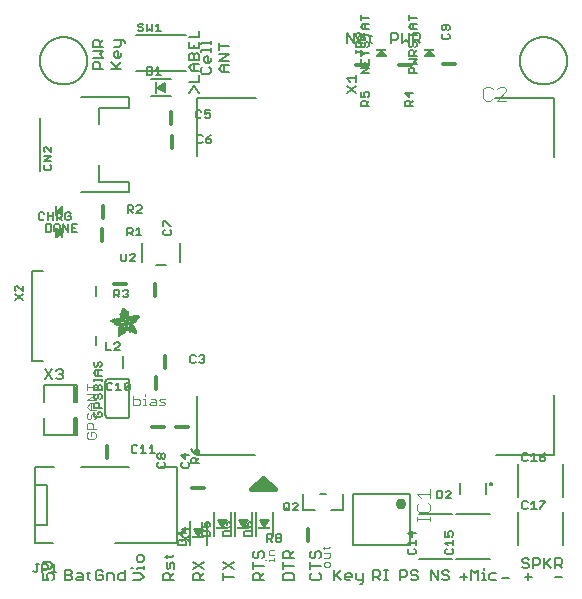
<source format=gbr>
G04 EAGLE Gerber RS-274X export*
G75*
%MOMM*%
%FSLAX34Y34*%
%LPD*%
%INSilkscreen Top*%
%IPPOS*%
%AMOC8*
5,1,8,0,0,1.08239X$1,22.5*%
G01*
%ADD10C,0.127000*%
%ADD11C,0.101600*%
%ADD12C,0.203200*%
%ADD13C,0.152400*%
%ADD14R,0.190500X0.889000*%
%ADD15C,0.304800*%
%ADD16R,0.200000X1.000000*%
%ADD17R,0.889000X0.190500*%
%ADD18R,1.000000X0.200000*%
%ADD19C,0.919200*%
%ADD20C,0.177800*%
%ADD21R,0.003800X0.034300*%
%ADD22R,0.003800X0.057200*%
%ADD23R,0.003800X0.076200*%
%ADD24R,0.003800X0.091400*%
%ADD25R,0.003800X0.102900*%
%ADD26R,0.003900X0.114300*%
%ADD27R,0.003800X0.129500*%
%ADD28R,0.003800X0.137200*%
%ADD29R,0.003800X0.144800*%
%ADD30R,0.003800X0.152400*%
%ADD31R,0.003800X0.160000*%
%ADD32R,0.003800X0.171500*%
%ADD33R,0.003800X0.175300*%
%ADD34R,0.003800X0.182900*%
%ADD35R,0.003800X0.190500*%
%ADD36R,0.003900X0.194300*%
%ADD37R,0.003800X0.201900*%
%ADD38R,0.003800X0.209500*%
%ADD39R,0.003800X0.213400*%
%ADD40R,0.003800X0.221000*%
%ADD41R,0.003800X0.224800*%
%ADD42R,0.003800X0.232400*%
%ADD43R,0.003800X0.240000*%
%ADD44R,0.003800X0.243800*%
%ADD45R,0.003800X0.247600*%
%ADD46R,0.003900X0.255300*%
%ADD47R,0.003800X0.259100*%
%ADD48R,0.003800X0.262900*%
%ADD49R,0.003800X0.270500*%
%ADD50R,0.003800X0.274300*%
%ADD51R,0.003800X0.281900*%
%ADD52R,0.003800X0.285700*%
%ADD53R,0.003800X0.289500*%
%ADD54R,0.003800X0.297200*%
%ADD55R,0.003800X0.301000*%
%ADD56R,0.003900X0.304800*%
%ADD57R,0.003800X0.312400*%
%ADD58R,0.003800X0.316200*%
%ADD59R,0.003800X0.320000*%
%ADD60R,0.003800X0.327600*%
%ADD61R,0.003800X0.331500*%
%ADD62R,0.003800X0.339100*%
%ADD63R,0.003800X0.342900*%
%ADD64R,0.003800X0.346700*%
%ADD65R,0.003800X0.354300*%
%ADD66R,0.003900X0.358100*%
%ADD67R,0.003800X0.361900*%
%ADD68R,0.003800X0.369600*%
%ADD69R,0.003800X0.373400*%
%ADD70R,0.003800X0.377200*%
%ADD71R,0.003800X0.384800*%
%ADD72R,0.003800X0.388600*%
%ADD73R,0.003800X0.396200*%
%ADD74R,0.003800X0.400000*%
%ADD75R,0.003800X0.403800*%
%ADD76R,0.003900X0.411500*%
%ADD77R,0.003800X0.415300*%
%ADD78R,0.003800X0.419100*%
%ADD79R,0.003800X0.045700*%
%ADD80R,0.003800X0.426700*%
%ADD81R,0.003800X0.072400*%
%ADD82R,0.003800X0.430500*%
%ADD83R,0.003800X0.095300*%
%ADD84R,0.003800X0.438100*%
%ADD85R,0.003800X0.110500*%
%ADD86R,0.003800X0.441900*%
%ADD87R,0.003800X0.445800*%
%ADD88R,0.003800X0.144700*%
%ADD89R,0.003800X0.453400*%
%ADD90R,0.003800X0.457200*%
%ADD91R,0.003900X0.175300*%
%ADD92R,0.003900X0.461000*%
%ADD93R,0.003800X0.468600*%
%ADD94R,0.003800X0.205800*%
%ADD95R,0.003800X0.472400*%
%ADD96R,0.003800X0.217200*%
%ADD97R,0.003800X0.476200*%
%ADD98R,0.003800X0.483900*%
%ADD99R,0.003800X0.247700*%
%ADD100R,0.003800X0.487700*%
%ADD101R,0.003800X0.495300*%
%ADD102R,0.003800X0.499100*%
%ADD103R,0.003800X0.502900*%
%ADD104R,0.003800X0.510500*%
%ADD105R,0.003900X0.308600*%
%ADD106R,0.003900X0.514300*%
%ADD107R,0.003800X0.323800*%
%ADD108R,0.003800X0.518100*%
%ADD109R,0.003800X0.335300*%
%ADD110R,0.003800X0.525800*%
%ADD111R,0.003800X0.529600*%
%ADD112R,0.003800X0.358100*%
%ADD113R,0.003800X0.533400*%
%ADD114R,0.003800X0.537200*%
%ADD115R,0.003800X0.381000*%
%ADD116R,0.003800X0.544800*%
%ADD117R,0.003800X0.392400*%
%ADD118R,0.003800X0.548600*%
%ADD119R,0.003800X0.552400*%
%ADD120R,0.003800X0.556200*%
%ADD121R,0.003900X0.422900*%
%ADD122R,0.003900X0.560100*%
%ADD123R,0.003800X0.434300*%
%ADD124R,0.003800X0.563900*%
%ADD125R,0.003800X0.567700*%
%ADD126R,0.003800X0.461000*%
%ADD127R,0.003800X0.571500*%
%ADD128R,0.003800X0.575300*%
%ADD129R,0.003800X0.480100*%
%ADD130R,0.003800X0.579100*%
%ADD131R,0.003800X0.491500*%
%ADD132R,0.003800X0.582900*%
%ADD133R,0.003800X0.586700*%
%ADD134R,0.003800X0.510600*%
%ADD135R,0.003800X0.590500*%
%ADD136R,0.003800X0.522000*%
%ADD137R,0.003800X0.594300*%
%ADD138R,0.003900X0.533400*%
%ADD139R,0.003900X0.598200*%
%ADD140R,0.003800X0.541000*%
%ADD141R,0.003800X0.602000*%
%ADD142R,0.003800X0.552500*%
%ADD143R,0.003800X0.605800*%
%ADD144R,0.003800X0.560100*%
%ADD145R,0.003800X0.609600*%
%ADD146R,0.003800X0.613400*%
%ADD147R,0.003800X0.583000*%
%ADD148R,0.003800X0.617200*%
%ADD149R,0.003800X0.594400*%
%ADD150R,0.003800X0.621000*%
%ADD151R,0.003800X0.598200*%
%ADD152R,0.003800X0.624800*%
%ADD153R,0.003900X0.613500*%
%ADD154R,0.003900X0.628600*%
%ADD155R,0.003800X0.632400*%
%ADD156R,0.003800X0.628600*%
%ADD157R,0.003800X0.636300*%
%ADD158R,0.003800X0.640100*%
%ADD159R,0.003800X0.636200*%
%ADD160R,0.003800X0.643900*%
%ADD161R,0.003800X0.647700*%
%ADD162R,0.003800X0.651500*%
%ADD163R,0.003800X0.659100*%
%ADD164R,0.003900X0.659100*%
%ADD165R,0.003900X0.655300*%
%ADD166R,0.003800X0.662900*%
%ADD167R,0.003800X0.655300*%
%ADD168R,0.003800X0.670500*%
%ADD169R,0.003800X0.670600*%
%ADD170R,0.003800X0.674400*%
%ADD171R,0.003800X0.682000*%
%ADD172R,0.003800X0.666700*%
%ADD173R,0.003800X0.685800*%
%ADD174R,0.003800X0.689600*%
%ADD175R,0.003900X0.693400*%
%ADD176R,0.003900X0.674400*%
%ADD177R,0.003800X0.697200*%
%ADD178R,0.003800X0.678200*%
%ADD179R,0.003800X0.697300*%
%ADD180R,0.003800X0.701100*%
%ADD181R,0.003800X0.704900*%
%ADD182R,0.003800X0.708700*%
%ADD183R,0.003800X0.712500*%
%ADD184R,0.003800X0.716300*%
%ADD185R,0.003900X0.720100*%
%ADD186R,0.003900X0.689600*%
%ADD187R,0.003800X0.720000*%
%ADD188R,0.003800X0.693400*%
%ADD189R,0.003800X0.723900*%
%ADD190R,0.003800X0.727700*%
%ADD191R,0.003800X0.731500*%
%ADD192R,0.003800X0.701000*%
%ADD193R,0.003800X0.735300*%
%ADD194R,0.003900X0.731500*%
%ADD195R,0.003900X0.701000*%
%ADD196R,0.003800X0.704800*%
%ADD197R,0.003800X0.739100*%
%ADD198R,0.003800X0.743000*%
%ADD199R,0.003800X0.739200*%
%ADD200R,0.003900X0.743000*%
%ADD201R,0.003900X0.704800*%
%ADD202R,0.003800X0.746800*%
%ADD203R,0.003900X0.746800*%
%ADD204R,0.003800X0.742900*%
%ADD205R,0.003800X0.746700*%
%ADD206R,0.003900X0.746700*%
%ADD207R,0.003800X1.428800*%
%ADD208R,0.003800X1.424900*%
%ADD209R,0.003900X1.421100*%
%ADD210R,0.003800X1.421100*%
%ADD211R,0.003800X1.417300*%
%ADD212R,0.003800X1.413500*%
%ADD213R,0.003800X1.409700*%
%ADD214R,0.003800X1.405900*%
%ADD215R,0.003800X1.402100*%
%ADD216R,0.003800X1.398300*%
%ADD217R,0.003900X0.983000*%
%ADD218R,0.003900X0.384800*%
%ADD219R,0.003800X0.971600*%
%ADD220R,0.003800X0.963900*%
%ADD221R,0.003800X0.956300*%
%ADD222R,0.003800X0.365800*%
%ADD223R,0.003800X0.952500*%
%ADD224R,0.003800X0.941000*%
%ADD225R,0.003800X0.358200*%
%ADD226R,0.003800X0.937200*%
%ADD227R,0.003800X0.933400*%
%ADD228R,0.003800X0.354400*%
%ADD229R,0.003800X0.925800*%
%ADD230R,0.003800X0.350500*%
%ADD231R,0.003800X0.922000*%
%ADD232R,0.003900X0.918200*%
%ADD233R,0.003900X0.346700*%
%ADD234R,0.003800X0.910600*%
%ADD235R,0.003800X0.906800*%
%ADD236R,0.003800X0.903000*%
%ADD237R,0.003800X0.339000*%
%ADD238R,0.003800X0.895300*%
%ADD239R,0.003800X0.335200*%
%ADD240R,0.003800X0.887700*%
%ADD241R,0.003800X0.883900*%
%ADD242R,0.003800X0.331400*%
%ADD243R,0.003800X0.880100*%
%ADD244R,0.003800X0.876300*%
%ADD245R,0.003900X0.468600*%
%ADD246R,0.003900X0.396200*%
%ADD247R,0.003900X0.323800*%
%ADD248R,0.003800X0.449600*%
%ADD249R,0.003800X0.323900*%
%ADD250R,0.003800X0.442000*%
%ADD251R,0.003800X0.434400*%
%ADD252R,0.003800X0.320100*%
%ADD253R,0.003800X0.316300*%
%ADD254R,0.003800X0.426800*%
%ADD255R,0.003800X0.327700*%
%ADD256R,0.003800X0.312500*%
%ADD257R,0.003800X0.422900*%
%ADD258R,0.003800X0.308600*%
%ADD259R,0.003800X0.293400*%
%ADD260R,0.003800X0.304800*%
%ADD261R,0.003900X0.419100*%
%ADD262R,0.003900X0.285700*%
%ADD263R,0.003900X0.301000*%
%ADD264R,0.003800X0.411500*%
%ADD265R,0.003800X0.407700*%
%ADD266R,0.003800X0.289600*%
%ADD267R,0.003800X0.285800*%
%ADD268R,0.003800X0.403900*%
%ADD269R,0.003800X0.228600*%
%ADD270R,0.003900X0.403900*%
%ADD271R,0.003900X0.221000*%
%ADD272R,0.003900X0.278100*%
%ADD273R,0.003800X0.400100*%
%ADD274R,0.003800X0.209600*%
%ADD275R,0.003800X0.266700*%
%ADD276R,0.003800X0.038100*%
%ADD277R,0.003800X0.194300*%
%ADD278R,0.003800X0.148600*%
%ADD279R,0.003800X0.259000*%
%ADD280R,0.003800X0.182800*%
%ADD281R,0.003800X0.186700*%
%ADD282R,0.003800X0.251400*%
%ADD283R,0.003800X0.179100*%
%ADD284R,0.003800X0.236200*%
%ADD285R,0.003900X0.243900*%
%ADD286R,0.003900X0.282000*%
%ADD287R,0.003800X0.167700*%
%ADD288R,0.003800X0.236300*%
%ADD289R,0.003800X0.396300*%
%ADD290R,0.003800X0.163900*%
%ADD291R,0.003800X0.392500*%
%ADD292R,0.003800X0.160100*%
%ADD293R,0.003800X0.586800*%
%ADD294R,0.003800X0.148500*%
%ADD295R,0.003800X0.140900*%
%ADD296R,0.003900X0.392400*%
%ADD297R,0.003900X0.140900*%
%ADD298R,0.003900X0.647700*%
%ADD299R,0.003800X0.133300*%
%ADD300R,0.003800X0.674300*%
%ADD301R,0.003800X0.388700*%
%ADD302R,0.003800X0.125700*%
%ADD303R,0.003800X0.121900*%
%ADD304R,0.003800X0.720100*%
%ADD305R,0.003800X0.118100*%
%ADD306R,0.003900X0.118100*%
%ADD307R,0.003900X0.739100*%
%ADD308R,0.003800X0.114300*%
%ADD309R,0.003800X0.754400*%
%ADD310R,0.003800X0.765800*%
%ADD311R,0.003800X0.773400*%
%ADD312R,0.003800X0.784800*%
%ADD313R,0.003800X0.118200*%
%ADD314R,0.003800X0.792500*%
%ADD315R,0.003800X0.803900*%
%ADD316R,0.003800X0.122000*%
%ADD317R,0.003800X0.815400*%
%ADD318R,0.003800X0.125800*%
%ADD319R,0.003800X0.826800*%
%ADD320R,0.003900X0.369500*%
%ADD321R,0.003900X0.133400*%
%ADD322R,0.003900X0.842000*%
%ADD323R,0.003800X0.365700*%
%ADD324R,0.003800X1.009700*%
%ADD325R,0.003800X1.013500*%
%ADD326R,0.003800X0.362000*%
%ADD327R,0.003800X1.024900*%
%ADD328R,0.003800X1.028700*%
%ADD329R,0.003800X1.036300*%
%ADD330R,0.003800X1.047800*%
%ADD331R,0.003800X1.055400*%
%ADD332R,0.003800X1.070600*%
%ADD333R,0.003800X0.030500*%
%ADD334R,0.003800X1.436400*%
%ADD335R,0.003900X1.562100*%
%ADD336R,0.003800X1.588700*%
%ADD337R,0.003800X1.607800*%
%ADD338R,0.003800X1.626900*%
%ADD339R,0.003800X1.642100*%
%ADD340R,0.003800X1.657400*%
%ADD341R,0.003800X1.676400*%
%ADD342R,0.003800X1.687800*%
%ADD343R,0.003800X1.703000*%
%ADD344R,0.003800X1.714500*%
%ADD345R,0.003900X1.726000*%
%ADD346R,0.003800X1.741200*%
%ADD347R,0.003800X0.914400*%
%ADD348R,0.003800X0.769600*%
%ADD349R,0.003800X0.884000*%
%ADD350R,0.003800X0.712400*%
%ADD351R,0.003900X0.880100*%
%ADD352R,0.003800X0.887800*%
%ADD353R,0.003800X0.891600*%
%ADD354R,0.003800X0.895400*%
%ADD355R,0.003800X0.251500*%
%ADD356R,0.003900X0.579200*%
%ADD357R,0.003800X0.243900*%
%ADD358R,0.003800X0.556300*%
%ADD359R,0.003800X0.255200*%
%ADD360R,0.003800X0.529500*%
%ADD361R,0.003800X0.731600*%
%ADD362R,0.003900X0.525800*%
%ADD363R,0.003900X0.281900*%
%ADD364R,0.003900X0.735400*%
%ADD365R,0.003800X0.300900*%
%ADD366R,0.003800X0.762000*%
%ADD367R,0.003800X0.518200*%
%ADD368R,0.003800X0.350600*%
%ADD369R,0.003800X0.796300*%
%ADD370R,0.003800X0.807800*%
%ADD371R,0.003800X0.506700*%
%ADD372R,0.003800X0.849600*%
%ADD373R,0.003900X0.506700*%
%ADD374R,0.003900X1.371600*%
%ADD375R,0.003800X1.207800*%
%ADD376R,0.003800X0.503000*%
%ADD377R,0.003800X0.141000*%
%ADD378R,0.003800X1.203900*%
%ADD379R,0.003800X1.204000*%
%ADD380R,0.003800X1.200200*%
%ADD381R,0.003900X0.499100*%
%ADD382R,0.003900X0.156200*%
%ADD383R,0.003900X1.196400*%
%ADD384R,0.003800X1.196400*%
%ADD385R,0.003800X0.163800*%
%ADD386R,0.003800X0.167600*%
%ADD387R,0.003800X1.192500*%
%ADD388R,0.003800X0.499200*%
%ADD389R,0.003800X1.188700*%
%ADD390R,0.003800X0.506800*%
%ADD391R,0.003800X1.184900*%
%ADD392R,0.003900X0.510600*%
%ADD393R,0.003900X0.209600*%
%ADD394R,0.003900X1.181100*%
%ADD395R,0.003800X0.514400*%
%ADD396R,0.003800X1.181100*%
%ADD397R,0.003800X1.177300*%
%ADD398R,0.003800X0.240100*%
%ADD399R,0.003800X1.173500*%
%ADD400R,0.003800X1.169700*%
%ADD401R,0.003800X1.165900*%
%ADD402R,0.003800X1.162100*%
%ADD403R,0.003900X0.929700*%
%ADD404R,0.003900X1.162100*%
%ADD405R,0.003800X0.929700*%
%ADD406R,0.003800X1.154500*%
%ADD407R,0.003800X0.933500*%
%ADD408R,0.003800X1.150600*%
%ADD409R,0.003800X0.937300*%
%ADD410R,0.003800X1.146800*%
%ADD411R,0.003800X0.941100*%
%ADD412R,0.003800X1.139200*%
%ADD413R,0.003800X0.944900*%
%ADD414R,0.003800X1.135400*%
%ADD415R,0.003800X0.948700*%
%ADD416R,0.003800X1.127800*%
%ADD417R,0.003800X1.124000*%
%ADD418R,0.003800X1.116400*%
%ADD419R,0.003900X0.956300*%
%ADD420R,0.003900X1.104900*%
%ADD421R,0.003800X0.960100*%
%ADD422R,0.003800X1.093500*%
%ADD423R,0.003800X1.085900*%
%ADD424R,0.003800X0.967800*%
%ADD425R,0.003800X1.074500*%
%ADD426R,0.003800X1.063000*%
%ADD427R,0.003800X0.975400*%
%ADD428R,0.003800X1.036400*%
%ADD429R,0.003800X0.979200*%
%ADD430R,0.003800X1.021000*%
%ADD431R,0.003800X0.983000*%
%ADD432R,0.003800X1.009600*%
%ADD433R,0.003800X0.986800*%
%ADD434R,0.003800X0.998200*%
%ADD435R,0.003900X0.990600*%
%ADD436R,0.003900X0.986700*%
%ADD437R,0.003800X0.994400*%
%ADD438R,0.003800X0.975300*%
%ADD439R,0.003800X0.948600*%
%ADD440R,0.003800X1.002000*%
%ADD441R,0.003800X0.213300*%
%ADD442R,0.003800X0.217100*%
%ADD443R,0.003800X1.017300*%
%ADD444R,0.003800X0.666800*%
%ADD445R,0.003800X0.220900*%
%ADD446R,0.003900X1.028700*%
%ADD447R,0.003900X0.224700*%
%ADD448R,0.003800X1.032500*%
%ADD449R,0.003800X1.040100*%
%ADD450R,0.003800X1.043900*%
%ADD451R,0.003800X0.548700*%
%ADD452R,0.003800X1.051500*%
%ADD453R,0.003800X1.055300*%
%ADD454R,0.003800X1.059100*%
%ADD455R,0.003800X1.062900*%
%ADD456R,0.003800X0.255300*%
%ADD457R,0.003900X1.066800*%
%ADD458R,0.003900X0.259100*%
%ADD459R,0.003900X0.457200*%
%ADD460R,0.003800X0.423000*%
%ADD461R,0.003800X1.082100*%
%ADD462R,0.003800X0.274400*%
%ADD463R,0.003800X0.278200*%
%ADD464R,0.003800X1.101100*%
%ADD465R,0.003800X0.278100*%
%ADD466R,0.003900X0.876300*%
%ADD467R,0.003900X0.236200*%
%ADD468R,0.003900X0.289600*%
%ADD469R,0.003900X0.247700*%
%ADD470R,0.003800X0.049500*%
%ADD471R,0.003900X0.640100*%
%ADD472R,0.003800X0.659200*%
%ADD473R,0.003800X0.663000*%
%ADD474R,0.003900X0.872500*%
%ADD475R,0.003900X0.666800*%
%ADD476R,0.003800X0.872500*%
%ADD477R,0.003800X0.868700*%
%ADD478R,0.003800X0.864900*%
%ADD479R,0.003800X0.861100*%
%ADD480R,0.003800X0.857300*%
%ADD481R,0.003800X0.853400*%
%ADD482R,0.003800X0.845800*%
%ADD483R,0.003900X0.682000*%
%ADD484R,0.003800X0.842000*%
%ADD485R,0.003800X0.834400*%
%ADD486R,0.003800X0.823000*%
%ADD487R,0.003800X0.815300*%
%ADD488R,0.003800X0.811500*%
%ADD489R,0.003800X0.788700*%
%ADD490R,0.003900X0.777300*%
%ADD491R,0.003800X0.750600*%
%ADD492R,0.003800X0.735400*%
%ADD493R,0.003800X0.727800*%
%ADD494R,0.003800X0.628700*%
%ADD495R,0.003800X0.575400*%
%ADD496R,0.003900X0.670600*%
%ADD497R,0.003800X0.655400*%
%ADD498R,0.003900X0.651500*%
%ADD499R,0.003900X0.624800*%
%ADD500R,0.003900X0.594400*%
%ADD501R,0.003900X0.563900*%
%ADD502R,0.003800X0.541100*%
%ADD503R,0.003800X0.537300*%
%ADD504R,0.003800X0.525700*%
%ADD505R,0.003900X0.525700*%
%ADD506R,0.003800X0.514300*%
%ADD507R,0.003900X0.480100*%
%ADD508R,0.003800X0.464800*%
%ADD509R,0.003900X0.442000*%
%ADD510R,0.003800X0.438200*%
%ADD511R,0.003800X0.430600*%
%ADD512R,0.003800X0.407600*%
%ADD513R,0.003900X0.403800*%
%ADD514R,0.003900X0.365700*%
%ADD515R,0.003900X0.327700*%
%ADD516R,0.003900X0.243800*%
%ADD517R,0.003900X0.205800*%
%ADD518R,0.003800X0.198100*%
%ADD519R,0.003900X0.163800*%
%ADD520R,0.003800X0.137100*%
%ADD521R,0.003900X0.091500*%
%ADD522R,0.003800X0.060900*%
%ADD523C,0.406400*%

G36*
X19117Y319394D02*
X19117Y319394D01*
X19135Y319392D01*
X19237Y319420D01*
X19340Y319442D01*
X19355Y319451D01*
X19372Y319456D01*
X19517Y319541D01*
X24597Y323351D01*
X24600Y323354D01*
X24604Y323356D01*
X24685Y323443D01*
X24767Y323528D01*
X24769Y323532D01*
X24772Y323535D01*
X24822Y323644D01*
X24872Y323751D01*
X24872Y323755D01*
X24874Y323759D01*
X24887Y323877D01*
X24900Y323995D01*
X24900Y323999D01*
X24900Y324004D01*
X24874Y324120D01*
X24850Y324236D01*
X24847Y324240D01*
X24846Y324244D01*
X24785Y324346D01*
X24725Y324448D01*
X24721Y324451D01*
X24719Y324454D01*
X24597Y324569D01*
X19517Y328379D01*
X19501Y328387D01*
X19488Y328400D01*
X19473Y328407D01*
X19465Y328413D01*
X19415Y328433D01*
X19392Y328444D01*
X19299Y328493D01*
X19281Y328496D01*
X19265Y328503D01*
X19160Y328515D01*
X19056Y328531D01*
X19038Y328528D01*
X19021Y328530D01*
X18918Y328508D01*
X18813Y328490D01*
X18798Y328482D01*
X18780Y328478D01*
X18690Y328424D01*
X18597Y328374D01*
X18584Y328361D01*
X18569Y328352D01*
X18500Y328272D01*
X18428Y328195D01*
X18421Y328178D01*
X18409Y328165D01*
X18370Y328067D01*
X18326Y327971D01*
X18324Y327953D01*
X18317Y327937D01*
X18299Y327770D01*
X18299Y320150D01*
X18302Y320132D01*
X18300Y320115D01*
X18321Y320011D01*
X18339Y319907D01*
X18347Y319892D01*
X18351Y319874D01*
X18404Y319783D01*
X18454Y319690D01*
X18466Y319678D01*
X18476Y319662D01*
X18555Y319593D01*
X18632Y319521D01*
X18648Y319513D01*
X18662Y319501D01*
X18759Y319461D01*
X18855Y319417D01*
X18873Y319415D01*
X18889Y319408D01*
X18995Y319401D01*
X19099Y319390D01*
X19117Y319394D01*
G37*
G36*
X24212Y337872D02*
X24212Y337872D01*
X24229Y337870D01*
X24332Y337892D01*
X24437Y337910D01*
X24452Y337918D01*
X24470Y337922D01*
X24560Y337976D01*
X24654Y338026D01*
X24666Y338039D01*
X24681Y338048D01*
X24750Y338128D01*
X24822Y338205D01*
X24829Y338222D01*
X24841Y338235D01*
X24880Y338333D01*
X24924Y338429D01*
X24926Y338447D01*
X24933Y338463D01*
X24951Y338630D01*
X24951Y346250D01*
X24949Y346267D01*
X24950Y346282D01*
X24950Y346285D01*
X24929Y346389D01*
X24912Y346493D01*
X24903Y346508D01*
X24900Y346526D01*
X24846Y346617D01*
X24796Y346710D01*
X24784Y346722D01*
X24775Y346738D01*
X24695Y346807D01*
X24618Y346880D01*
X24602Y346887D01*
X24588Y346899D01*
X24491Y346939D01*
X24395Y346983D01*
X24377Y346985D01*
X24361Y346992D01*
X24255Y346999D01*
X24151Y347010D01*
X24133Y347006D01*
X24115Y347008D01*
X24013Y346980D01*
X23940Y346964D01*
X23937Y346964D01*
X23910Y346958D01*
X23895Y346949D01*
X23878Y346944D01*
X23733Y346859D01*
X18653Y343049D01*
X18650Y343046D01*
X18647Y343044D01*
X18565Y342957D01*
X18483Y342872D01*
X18481Y342868D01*
X18478Y342865D01*
X18428Y342756D01*
X18378Y342649D01*
X18378Y342645D01*
X18376Y342641D01*
X18363Y342523D01*
X18350Y342405D01*
X18350Y342401D01*
X18350Y342396D01*
X18376Y342280D01*
X18401Y342164D01*
X18403Y342160D01*
X18404Y342156D01*
X18465Y342054D01*
X18526Y341952D01*
X18529Y341949D01*
X18531Y341946D01*
X18653Y341831D01*
X23733Y338021D01*
X23749Y338013D01*
X23762Y338001D01*
X23858Y337956D01*
X23951Y337907D01*
X23969Y337904D01*
X23985Y337897D01*
X24090Y337885D01*
X24194Y337869D01*
X24212Y337872D01*
G37*
G36*
X298468Y472952D02*
X298468Y472952D01*
X298485Y472950D01*
X298589Y472971D01*
X298693Y472989D01*
X298708Y472997D01*
X298726Y473001D01*
X298817Y473054D01*
X298910Y473104D01*
X298922Y473116D01*
X298938Y473126D01*
X299007Y473205D01*
X299080Y473282D01*
X299087Y473298D01*
X299099Y473312D01*
X299139Y473409D01*
X299183Y473505D01*
X299185Y473523D01*
X299192Y473539D01*
X299199Y473645D01*
X299210Y473749D01*
X299206Y473767D01*
X299208Y473785D01*
X299180Y473887D01*
X299158Y473990D01*
X299149Y474005D01*
X299144Y474022D01*
X299059Y474167D01*
X295249Y479247D01*
X295246Y479250D01*
X295244Y479254D01*
X295157Y479335D01*
X295072Y479417D01*
X295068Y479419D01*
X295065Y479422D01*
X294956Y479472D01*
X294849Y479522D01*
X294845Y479522D01*
X294841Y479524D01*
X294723Y479537D01*
X294605Y479550D01*
X294601Y479550D01*
X294596Y479550D01*
X294480Y479524D01*
X294364Y479500D01*
X294360Y479497D01*
X294356Y479496D01*
X294254Y479435D01*
X294152Y479375D01*
X294149Y479371D01*
X294146Y479369D01*
X294031Y479247D01*
X290221Y474167D01*
X290213Y474151D01*
X290201Y474138D01*
X290156Y474042D01*
X290107Y473949D01*
X290104Y473931D01*
X290097Y473915D01*
X290085Y473810D01*
X290069Y473706D01*
X290072Y473688D01*
X290070Y473671D01*
X290092Y473568D01*
X290110Y473463D01*
X290118Y473448D01*
X290122Y473430D01*
X290176Y473340D01*
X290226Y473247D01*
X290239Y473234D01*
X290248Y473219D01*
X290328Y473150D01*
X290405Y473078D01*
X290422Y473071D01*
X290435Y473059D01*
X290533Y473020D01*
X290629Y472976D01*
X290647Y472974D01*
X290663Y472967D01*
X290830Y472949D01*
X298450Y472949D01*
X298468Y472952D01*
G37*
G36*
X339108Y472952D02*
X339108Y472952D01*
X339125Y472950D01*
X339229Y472971D01*
X339333Y472989D01*
X339348Y472997D01*
X339366Y473001D01*
X339457Y473054D01*
X339550Y473104D01*
X339562Y473116D01*
X339578Y473126D01*
X339647Y473205D01*
X339720Y473282D01*
X339727Y473298D01*
X339739Y473312D01*
X339779Y473409D01*
X339823Y473505D01*
X339825Y473523D01*
X339832Y473539D01*
X339839Y473645D01*
X339850Y473749D01*
X339846Y473767D01*
X339848Y473785D01*
X339820Y473887D01*
X339798Y473990D01*
X339789Y474005D01*
X339784Y474022D01*
X339699Y474167D01*
X335889Y479247D01*
X335886Y479250D01*
X335884Y479254D01*
X335797Y479335D01*
X335712Y479417D01*
X335708Y479419D01*
X335705Y479422D01*
X335596Y479472D01*
X335489Y479522D01*
X335485Y479522D01*
X335481Y479524D01*
X335363Y479537D01*
X335245Y479550D01*
X335241Y479550D01*
X335236Y479550D01*
X335120Y479524D01*
X335004Y479500D01*
X335000Y479497D01*
X334996Y479496D01*
X334894Y479435D01*
X334792Y479375D01*
X334789Y479371D01*
X334786Y479369D01*
X334671Y479247D01*
X330861Y474167D01*
X330853Y474151D01*
X330841Y474138D01*
X330796Y474042D01*
X330747Y473949D01*
X330744Y473931D01*
X330737Y473915D01*
X330725Y473810D01*
X330709Y473706D01*
X330712Y473688D01*
X330710Y473671D01*
X330732Y473568D01*
X330750Y473463D01*
X330758Y473448D01*
X330762Y473430D01*
X330816Y473340D01*
X330866Y473247D01*
X330879Y473234D01*
X330888Y473219D01*
X330968Y473150D01*
X331045Y473078D01*
X331062Y473071D01*
X331075Y473059D01*
X331173Y473020D01*
X331269Y472976D01*
X331287Y472974D01*
X331303Y472967D01*
X331470Y472949D01*
X339090Y472949D01*
X339108Y472952D01*
G37*
G36*
X109995Y444033D02*
X109995Y444033D01*
X110066Y444031D01*
X110135Y444049D01*
X110206Y444058D01*
X110272Y444085D01*
X110341Y444103D01*
X110402Y444140D01*
X110468Y444167D01*
X110524Y444212D01*
X110586Y444249D01*
X110635Y444300D01*
X110690Y444345D01*
X110731Y444404D01*
X110780Y444456D01*
X110813Y444519D01*
X110854Y444577D01*
X110877Y444645D01*
X110910Y444709D01*
X110920Y444768D01*
X110947Y444846D01*
X110953Y444965D01*
X110965Y445040D01*
X110965Y449040D01*
X110955Y449111D01*
X110955Y449183D01*
X110935Y449251D01*
X110925Y449322D01*
X110896Y449387D01*
X110876Y449456D01*
X110838Y449516D01*
X110809Y449581D01*
X110763Y449636D01*
X110725Y449696D01*
X110672Y449744D01*
X110626Y449798D01*
X110566Y449838D01*
X110512Y449885D01*
X110448Y449916D01*
X110389Y449956D01*
X110321Y449977D01*
X110256Y450008D01*
X110186Y450020D01*
X110118Y450041D01*
X110046Y450043D01*
X109976Y450055D01*
X109905Y450047D01*
X109834Y450049D01*
X109764Y450030D01*
X109693Y450022D01*
X109638Y449997D01*
X109559Y449977D01*
X109456Y449916D01*
X109387Y449885D01*
X106387Y447885D01*
X106300Y447808D01*
X106210Y447735D01*
X106195Y447713D01*
X106175Y447695D01*
X106113Y447598D01*
X106046Y447503D01*
X106038Y447477D01*
X106023Y447455D01*
X105991Y447344D01*
X105953Y447234D01*
X105952Y447207D01*
X105945Y447182D01*
X105945Y447066D01*
X105939Y446950D01*
X105945Y446924D01*
X105945Y446897D01*
X105977Y446786D01*
X106003Y446673D01*
X106016Y446650D01*
X106024Y446624D01*
X106086Y446526D01*
X106142Y446425D01*
X106160Y446409D01*
X106175Y446384D01*
X106383Y446199D01*
X106387Y446195D01*
X109387Y444195D01*
X109451Y444164D01*
X109511Y444125D01*
X109579Y444103D01*
X109643Y444072D01*
X109714Y444060D01*
X109782Y444039D01*
X109853Y444037D01*
X109924Y444025D01*
X109995Y444033D01*
G37*
G36*
X195696Y75465D02*
X195696Y75465D01*
X195723Y75465D01*
X195834Y75497D01*
X195947Y75523D01*
X195970Y75536D01*
X195996Y75544D01*
X196094Y75606D01*
X196195Y75662D01*
X196211Y75680D01*
X196236Y75695D01*
X196421Y75903D01*
X196425Y75907D01*
X198425Y78907D01*
X198456Y78971D01*
X198496Y79031D01*
X198517Y79099D01*
X198548Y79163D01*
X198560Y79234D01*
X198581Y79302D01*
X198583Y79373D01*
X198595Y79444D01*
X198587Y79515D01*
X198589Y79586D01*
X198571Y79655D01*
X198562Y79726D01*
X198535Y79792D01*
X198517Y79861D01*
X198480Y79922D01*
X198453Y79988D01*
X198408Y80044D01*
X198372Y80106D01*
X198320Y80155D01*
X198275Y80210D01*
X198217Y80251D01*
X198164Y80300D01*
X198101Y80333D01*
X198043Y80374D01*
X197975Y80397D01*
X197911Y80430D01*
X197852Y80440D01*
X197774Y80467D01*
X197655Y80473D01*
X197580Y80485D01*
X193580Y80485D01*
X193509Y80475D01*
X193437Y80475D01*
X193369Y80455D01*
X193299Y80445D01*
X193233Y80416D01*
X193164Y80396D01*
X193104Y80358D01*
X193039Y80329D01*
X192984Y80283D01*
X192924Y80245D01*
X192876Y80192D01*
X192822Y80146D01*
X192782Y80086D01*
X192735Y80032D01*
X192704Y79968D01*
X192665Y79909D01*
X192643Y79841D01*
X192612Y79776D01*
X192600Y79706D01*
X192579Y79638D01*
X192577Y79566D01*
X192565Y79496D01*
X192573Y79425D01*
X192571Y79354D01*
X192590Y79284D01*
X192598Y79213D01*
X192623Y79158D01*
X192643Y79079D01*
X192704Y78976D01*
X192735Y78907D01*
X194735Y75907D01*
X194812Y75820D01*
X194885Y75730D01*
X194907Y75715D01*
X194925Y75695D01*
X195022Y75633D01*
X195117Y75566D01*
X195143Y75558D01*
X195165Y75543D01*
X195276Y75511D01*
X195386Y75473D01*
X195413Y75472D01*
X195438Y75465D01*
X195554Y75465D01*
X195670Y75459D01*
X195696Y75465D01*
G37*
G36*
X177916Y75465D02*
X177916Y75465D01*
X177943Y75465D01*
X178054Y75497D01*
X178167Y75523D01*
X178190Y75536D01*
X178216Y75544D01*
X178314Y75606D01*
X178415Y75662D01*
X178431Y75680D01*
X178456Y75695D01*
X178641Y75903D01*
X178645Y75907D01*
X180645Y78907D01*
X180676Y78971D01*
X180716Y79031D01*
X180737Y79099D01*
X180768Y79163D01*
X180780Y79234D01*
X180801Y79302D01*
X180803Y79373D01*
X180815Y79444D01*
X180807Y79515D01*
X180809Y79586D01*
X180791Y79655D01*
X180782Y79726D01*
X180755Y79792D01*
X180737Y79861D01*
X180700Y79922D01*
X180673Y79988D01*
X180628Y80044D01*
X180592Y80106D01*
X180540Y80155D01*
X180495Y80210D01*
X180437Y80251D01*
X180384Y80300D01*
X180321Y80333D01*
X180263Y80374D01*
X180195Y80397D01*
X180131Y80430D01*
X180072Y80440D01*
X179994Y80467D01*
X179875Y80473D01*
X179800Y80485D01*
X175800Y80485D01*
X175729Y80475D01*
X175657Y80475D01*
X175589Y80455D01*
X175519Y80445D01*
X175453Y80416D01*
X175384Y80396D01*
X175324Y80358D01*
X175259Y80329D01*
X175204Y80283D01*
X175144Y80245D01*
X175096Y80192D01*
X175042Y80146D01*
X175002Y80086D01*
X174955Y80032D01*
X174924Y79968D01*
X174885Y79909D01*
X174863Y79841D01*
X174832Y79776D01*
X174820Y79706D01*
X174799Y79638D01*
X174797Y79566D01*
X174785Y79496D01*
X174793Y79425D01*
X174791Y79354D01*
X174810Y79284D01*
X174818Y79213D01*
X174843Y79158D01*
X174863Y79079D01*
X174924Y78976D01*
X174955Y78907D01*
X176955Y75907D01*
X177032Y75820D01*
X177105Y75730D01*
X177127Y75715D01*
X177145Y75695D01*
X177242Y75633D01*
X177337Y75566D01*
X177363Y75558D01*
X177385Y75543D01*
X177496Y75511D01*
X177606Y75473D01*
X177633Y75472D01*
X177658Y75465D01*
X177774Y75465D01*
X177890Y75459D01*
X177916Y75465D01*
G37*
G36*
X160136Y75465D02*
X160136Y75465D01*
X160163Y75465D01*
X160274Y75497D01*
X160387Y75523D01*
X160410Y75536D01*
X160436Y75544D01*
X160534Y75606D01*
X160635Y75662D01*
X160651Y75680D01*
X160676Y75695D01*
X160861Y75903D01*
X160865Y75907D01*
X162865Y78907D01*
X162896Y78971D01*
X162936Y79031D01*
X162957Y79099D01*
X162988Y79163D01*
X163000Y79234D01*
X163021Y79302D01*
X163023Y79373D01*
X163035Y79444D01*
X163027Y79515D01*
X163029Y79586D01*
X163011Y79655D01*
X163002Y79726D01*
X162975Y79792D01*
X162957Y79861D01*
X162920Y79922D01*
X162893Y79988D01*
X162848Y80044D01*
X162812Y80106D01*
X162760Y80155D01*
X162715Y80210D01*
X162657Y80251D01*
X162604Y80300D01*
X162541Y80333D01*
X162483Y80374D01*
X162415Y80397D01*
X162351Y80430D01*
X162292Y80440D01*
X162214Y80467D01*
X162095Y80473D01*
X162020Y80485D01*
X158020Y80485D01*
X157949Y80475D01*
X157877Y80475D01*
X157809Y80455D01*
X157739Y80445D01*
X157673Y80416D01*
X157604Y80396D01*
X157544Y80358D01*
X157479Y80329D01*
X157424Y80283D01*
X157364Y80245D01*
X157316Y80192D01*
X157262Y80146D01*
X157222Y80086D01*
X157175Y80032D01*
X157144Y79968D01*
X157105Y79909D01*
X157083Y79841D01*
X157052Y79776D01*
X157040Y79706D01*
X157019Y79638D01*
X157017Y79566D01*
X157005Y79496D01*
X157013Y79425D01*
X157011Y79354D01*
X157030Y79284D01*
X157038Y79213D01*
X157063Y79158D01*
X157083Y79079D01*
X157144Y78976D01*
X157175Y78907D01*
X159175Y75907D01*
X159252Y75820D01*
X159325Y75730D01*
X159347Y75715D01*
X159365Y75695D01*
X159462Y75633D01*
X159557Y75566D01*
X159583Y75558D01*
X159605Y75543D01*
X159716Y75511D01*
X159826Y75473D01*
X159853Y75472D01*
X159878Y75465D01*
X159994Y75465D01*
X160110Y75459D01*
X160136Y75465D01*
G37*
G36*
X139816Y67845D02*
X139816Y67845D01*
X139843Y67845D01*
X139954Y67877D01*
X140067Y67903D01*
X140090Y67916D01*
X140116Y67924D01*
X140214Y67986D01*
X140315Y68042D01*
X140331Y68060D01*
X140356Y68075D01*
X140541Y68283D01*
X140545Y68287D01*
X142545Y71287D01*
X142576Y71351D01*
X142616Y71411D01*
X142637Y71479D01*
X142668Y71543D01*
X142680Y71614D01*
X142701Y71682D01*
X142703Y71753D01*
X142715Y71824D01*
X142707Y71895D01*
X142709Y71966D01*
X142691Y72035D01*
X142682Y72106D01*
X142655Y72172D01*
X142637Y72241D01*
X142600Y72302D01*
X142573Y72368D01*
X142528Y72424D01*
X142492Y72486D01*
X142440Y72535D01*
X142395Y72590D01*
X142337Y72631D01*
X142284Y72680D01*
X142221Y72713D01*
X142163Y72754D01*
X142095Y72777D01*
X142031Y72810D01*
X141972Y72820D01*
X141894Y72847D01*
X141775Y72853D01*
X141700Y72865D01*
X137700Y72865D01*
X137629Y72855D01*
X137557Y72855D01*
X137489Y72835D01*
X137419Y72825D01*
X137353Y72796D01*
X137284Y72776D01*
X137224Y72738D01*
X137159Y72709D01*
X137104Y72663D01*
X137044Y72625D01*
X136996Y72572D01*
X136942Y72526D01*
X136902Y72466D01*
X136855Y72412D01*
X136824Y72348D01*
X136785Y72289D01*
X136763Y72221D01*
X136732Y72156D01*
X136720Y72086D01*
X136699Y72018D01*
X136697Y71946D01*
X136685Y71876D01*
X136693Y71805D01*
X136691Y71734D01*
X136710Y71664D01*
X136718Y71593D01*
X136743Y71538D01*
X136763Y71459D01*
X136824Y71356D01*
X136855Y71287D01*
X138855Y68287D01*
X138932Y68200D01*
X139005Y68110D01*
X139027Y68095D01*
X139045Y68075D01*
X139142Y68013D01*
X139237Y67946D01*
X139263Y67938D01*
X139285Y67923D01*
X139396Y67891D01*
X139506Y67853D01*
X139533Y67852D01*
X139558Y67845D01*
X139674Y67845D01*
X139790Y67839D01*
X139816Y67845D01*
G37*
D10*
X26261Y29845D02*
X26261Y38743D01*
X30710Y38743D01*
X32193Y37260D01*
X32193Y35777D01*
X30710Y34294D01*
X32193Y32811D01*
X32193Y31328D01*
X30710Y29845D01*
X26261Y29845D01*
X26261Y34294D02*
X30710Y34294D01*
X37100Y35777D02*
X40065Y35777D01*
X41548Y34294D01*
X41548Y29845D01*
X37100Y29845D01*
X35617Y31328D01*
X37100Y32811D01*
X41548Y32811D01*
X46455Y31328D02*
X46455Y37260D01*
X46455Y31328D02*
X47938Y29845D01*
X47938Y35777D02*
X44972Y35777D01*
X57091Y38743D02*
X58574Y37260D01*
X57091Y38743D02*
X54125Y38743D01*
X52642Y37260D01*
X52642Y31328D01*
X54125Y29845D01*
X57091Y29845D01*
X58574Y31328D01*
X58574Y34294D01*
X55608Y34294D01*
X61997Y35777D02*
X61997Y29845D01*
X61997Y35777D02*
X66446Y35777D01*
X67929Y34294D01*
X67929Y29845D01*
X77284Y29845D02*
X77284Y38743D01*
X77284Y29845D02*
X72836Y29845D01*
X71353Y31328D01*
X71353Y34294D01*
X72836Y35777D01*
X77284Y35777D01*
X418173Y48903D02*
X419656Y47420D01*
X418173Y48903D02*
X415208Y48903D01*
X413725Y47420D01*
X413725Y45937D01*
X415208Y44454D01*
X418173Y44454D01*
X419656Y42971D01*
X419656Y41488D01*
X418173Y40005D01*
X415208Y40005D01*
X413725Y41488D01*
X423080Y40005D02*
X423080Y48903D01*
X427529Y48903D01*
X429012Y47420D01*
X429012Y44454D01*
X427529Y42971D01*
X423080Y42971D01*
X432435Y40005D02*
X432435Y48903D01*
X432435Y42971D02*
X438367Y48903D01*
X433918Y44454D02*
X438367Y40005D01*
X441790Y40005D02*
X441790Y48903D01*
X446239Y48903D01*
X447722Y47420D01*
X447722Y44454D01*
X446239Y42971D01*
X441790Y42971D01*
X444756Y42971D02*
X447722Y40005D01*
X364486Y35777D02*
X364486Y29845D01*
X361520Y32811D02*
X367452Y32811D01*
X90379Y29845D02*
X84447Y29845D01*
X90379Y29845D02*
X93345Y32811D01*
X90379Y35777D01*
X84447Y35777D01*
X87413Y39200D02*
X87413Y40683D01*
X93345Y40683D01*
X93345Y39200D02*
X93345Y42166D01*
X84447Y40683D02*
X82964Y40683D01*
X93345Y46920D02*
X93345Y49886D01*
X91862Y51369D01*
X88896Y51369D01*
X87413Y49886D01*
X87413Y46920D01*
X88896Y45437D01*
X91862Y45437D01*
X93345Y46920D01*
X336720Y38743D02*
X336720Y29845D01*
X342652Y29845D02*
X336720Y38743D01*
X342652Y38743D02*
X342652Y29845D01*
X350524Y38743D02*
X352007Y37260D01*
X350524Y38743D02*
X347558Y38743D01*
X346075Y37260D01*
X346075Y35777D01*
X347558Y34294D01*
X350524Y34294D01*
X352007Y32811D01*
X352007Y31328D01*
X350524Y29845D01*
X347558Y29845D01*
X346075Y31328D01*
X118745Y29845D02*
X109847Y29845D01*
X109847Y34294D01*
X111330Y35777D01*
X114296Y35777D01*
X115779Y34294D01*
X115779Y29845D01*
X115779Y32811D02*
X118745Y35777D01*
X118745Y39200D02*
X118745Y43649D01*
X117262Y45132D01*
X115779Y43649D01*
X115779Y40683D01*
X114296Y39200D01*
X112813Y40683D01*
X112813Y45132D01*
X111330Y50038D02*
X117262Y50038D01*
X118745Y51521D01*
X112813Y51521D02*
X112813Y48555D01*
X310050Y38743D02*
X310050Y29845D01*
X310050Y38743D02*
X314499Y38743D01*
X315982Y37260D01*
X315982Y34294D01*
X314499Y32811D01*
X310050Y32811D01*
X323854Y38743D02*
X325337Y37260D01*
X323854Y38743D02*
X320888Y38743D01*
X319405Y37260D01*
X319405Y35777D01*
X320888Y34294D01*
X323854Y34294D01*
X325337Y32811D01*
X325337Y31328D01*
X323854Y29845D01*
X320888Y29845D01*
X319405Y31328D01*
X254572Y29845D02*
X254572Y38743D01*
X254572Y32811D02*
X260504Y38743D01*
X256055Y34294D02*
X260504Y29845D01*
X265410Y29845D02*
X268376Y29845D01*
X265410Y29845D02*
X263927Y31328D01*
X263927Y34294D01*
X265410Y35777D01*
X268376Y35777D01*
X269859Y34294D01*
X269859Y32811D01*
X263927Y32811D01*
X273283Y31328D02*
X273283Y35777D01*
X273283Y31328D02*
X274766Y29845D01*
X279214Y29845D01*
X279214Y28362D02*
X279214Y35777D01*
X279214Y28362D02*
X277731Y26879D01*
X276248Y26879D01*
X287479Y29845D02*
X287479Y38743D01*
X291928Y38743D01*
X293411Y37260D01*
X293411Y34294D01*
X291928Y32811D01*
X287479Y32811D01*
X290445Y32811D02*
X293411Y29845D01*
X296834Y29845D02*
X299800Y29845D01*
X298317Y29845D02*
X298317Y38743D01*
X296834Y38743D02*
X299800Y38743D01*
X169545Y32811D02*
X160647Y32811D01*
X160647Y29845D02*
X160647Y35777D01*
X160647Y39200D02*
X169545Y45132D01*
X169545Y39200D02*
X160647Y45132D01*
X144145Y29845D02*
X135247Y29845D01*
X135247Y34294D01*
X136730Y35777D01*
X139696Y35777D01*
X141179Y34294D01*
X141179Y29845D01*
X141179Y32811D02*
X144145Y35777D01*
X144145Y45132D02*
X135247Y39200D01*
X135247Y45132D02*
X144145Y39200D01*
X370431Y38743D02*
X370431Y29845D01*
X373397Y35777D02*
X370431Y38743D01*
X373397Y35777D02*
X376363Y38743D01*
X376363Y29845D01*
X379787Y35777D02*
X381270Y35777D01*
X381270Y29845D01*
X382752Y29845D02*
X379787Y29845D01*
X381270Y38743D02*
X381270Y40226D01*
X387506Y35777D02*
X391955Y35777D01*
X387506Y35777D02*
X386023Y34294D01*
X386023Y31328D01*
X387506Y29845D01*
X391955Y29845D01*
X59055Y462852D02*
X50157Y462852D01*
X50157Y467301D01*
X51640Y468784D01*
X54606Y468784D01*
X56089Y467301D01*
X56089Y462852D01*
X59055Y472207D02*
X50157Y472207D01*
X56089Y475173D02*
X59055Y472207D01*
X56089Y475173D02*
X59055Y478139D01*
X50157Y478139D01*
X50157Y481563D02*
X59055Y481563D01*
X50157Y481563D02*
X50157Y486011D01*
X51640Y487494D01*
X54606Y487494D01*
X56089Y486011D01*
X56089Y481563D01*
X56089Y484528D02*
X59055Y487494D01*
X65397Y462852D02*
X74295Y462852D01*
X71329Y462852D02*
X65397Y468784D01*
X69846Y464335D02*
X74295Y468784D01*
X74295Y473690D02*
X74295Y476656D01*
X74295Y473690D02*
X72812Y472207D01*
X69846Y472207D01*
X68363Y473690D01*
X68363Y476656D01*
X69846Y478139D01*
X71329Y478139D01*
X71329Y472207D01*
X72812Y481563D02*
X68363Y481563D01*
X72812Y481563D02*
X74295Y483046D01*
X74295Y487494D01*
X75778Y487494D02*
X68363Y487494D01*
X75778Y487494D02*
X77261Y486011D01*
X77261Y484528D01*
X265021Y484505D02*
X265021Y493403D01*
X270953Y484505D01*
X270953Y493403D01*
X275860Y484505D02*
X278825Y484505D01*
X275860Y484505D02*
X274377Y485988D01*
X274377Y488954D01*
X275860Y490437D01*
X278825Y490437D01*
X280308Y488954D01*
X280308Y487471D01*
X274377Y487471D01*
X285215Y485988D02*
X285215Y491920D01*
X285215Y485988D02*
X286698Y484505D01*
X286698Y490437D02*
X283732Y490437D01*
X302832Y493403D02*
X302832Y484505D01*
X302832Y493403D02*
X307281Y493403D01*
X308764Y491920D01*
X308764Y488954D01*
X307281Y487471D01*
X302832Y487471D01*
X312187Y484505D02*
X312187Y493403D01*
X315153Y487471D02*
X312187Y484505D01*
X315153Y487471D02*
X318119Y484505D01*
X318119Y493403D01*
X321543Y493403D02*
X321543Y484505D01*
X321543Y493403D02*
X325991Y493403D01*
X327474Y491920D01*
X327474Y488954D01*
X325991Y487471D01*
X321543Y487471D01*
X324508Y487471D02*
X327474Y484505D01*
X419096Y35777D02*
X419096Y29845D01*
X416130Y32811D02*
X422062Y32811D01*
X402807Y31754D02*
X396875Y31754D01*
X441325Y33024D02*
X447257Y33024D01*
X8247Y35777D02*
X8247Y29845D01*
X12696Y29845D01*
X11213Y32811D01*
X11213Y34294D01*
X12696Y35777D01*
X15662Y35777D01*
X17145Y34294D01*
X17145Y31328D01*
X15662Y29845D01*
X14179Y39200D02*
X8247Y39200D01*
X14179Y39200D02*
X17145Y42166D01*
X14179Y45132D01*
X8247Y45132D01*
X186047Y29845D02*
X194945Y29845D01*
X186047Y29845D02*
X186047Y34294D01*
X187530Y35777D01*
X190496Y35777D01*
X191979Y34294D01*
X191979Y29845D01*
X191979Y32811D02*
X194945Y35777D01*
X194945Y42166D02*
X186047Y42166D01*
X186047Y39200D02*
X186047Y45132D01*
X186047Y53004D02*
X187530Y54487D01*
X186047Y53004D02*
X186047Y50038D01*
X187530Y48555D01*
X189013Y48555D01*
X190496Y50038D01*
X190496Y53004D01*
X191979Y54487D01*
X193462Y54487D01*
X194945Y53004D01*
X194945Y50038D01*
X193462Y48555D01*
D11*
X46265Y155194D02*
X44951Y153881D01*
X44951Y151254D01*
X46265Y149941D01*
X51519Y149941D01*
X52832Y151254D01*
X52832Y153881D01*
X51519Y155194D01*
X48892Y155194D01*
X48892Y152568D01*
X52832Y158126D02*
X44951Y158126D01*
X44951Y162067D01*
X46265Y163380D01*
X48892Y163380D01*
X50205Y162067D01*
X50205Y158126D01*
X44951Y170253D02*
X46265Y171566D01*
X44951Y170253D02*
X44951Y167626D01*
X46265Y166312D01*
X47578Y166312D01*
X48892Y167626D01*
X48892Y170253D01*
X50205Y171566D01*
X51519Y171566D01*
X52832Y170253D01*
X52832Y167626D01*
X51519Y166312D01*
X52832Y174498D02*
X47578Y174498D01*
X44951Y177125D01*
X47578Y179752D01*
X52832Y179752D01*
X48892Y179752D02*
X48892Y174498D01*
X52832Y182684D02*
X44951Y182684D01*
X52832Y187938D01*
X44951Y187938D01*
X44951Y193496D02*
X52832Y193496D01*
X44951Y190870D02*
X44951Y196123D01*
D10*
X141597Y463202D02*
X143080Y464685D01*
X141597Y463202D02*
X141597Y460236D01*
X143080Y458753D01*
X149012Y458753D01*
X150495Y460236D01*
X150495Y463202D01*
X149012Y464685D01*
X150495Y469591D02*
X150495Y472557D01*
X150495Y469591D02*
X149012Y468108D01*
X146046Y468108D01*
X144563Y469591D01*
X144563Y472557D01*
X146046Y474040D01*
X147529Y474040D01*
X147529Y468108D01*
X141597Y477463D02*
X141597Y478946D01*
X150495Y478946D01*
X150495Y477463D02*
X150495Y480429D01*
X141597Y483700D02*
X141597Y485183D01*
X150495Y485183D01*
X150495Y483700D02*
X150495Y486666D01*
X159803Y460312D02*
X165735Y460312D01*
X159803Y460312D02*
X156837Y463278D01*
X159803Y466244D01*
X165735Y466244D01*
X161286Y466244D02*
X161286Y460312D01*
X165735Y469667D02*
X156837Y469667D01*
X165735Y475599D01*
X156837Y475599D01*
X156837Y481988D02*
X165735Y481988D01*
X156837Y479023D02*
X156837Y484954D01*
X211447Y29845D02*
X220345Y29845D01*
X220345Y34294D01*
X218862Y35777D01*
X212930Y35777D01*
X211447Y34294D01*
X211447Y29845D01*
X211447Y42166D02*
X220345Y42166D01*
X211447Y39200D02*
X211447Y45132D01*
X211447Y48555D02*
X220345Y48555D01*
X211447Y48555D02*
X211447Y53004D01*
X212930Y54487D01*
X215896Y54487D01*
X217379Y53004D01*
X217379Y48555D01*
X217379Y51521D02*
X220345Y54487D01*
X235790Y35777D02*
X234307Y34294D01*
X234307Y31328D01*
X235790Y29845D01*
X241722Y29845D01*
X243205Y31328D01*
X243205Y34294D01*
X241722Y35777D01*
X243205Y42166D02*
X234307Y42166D01*
X234307Y39200D02*
X234307Y45132D01*
X234307Y53004D02*
X235790Y54487D01*
X234307Y53004D02*
X234307Y50038D01*
X235790Y48555D01*
X237273Y48555D01*
X238756Y50038D01*
X238756Y53004D01*
X240239Y54487D01*
X241722Y54487D01*
X243205Y53004D01*
X243205Y50038D01*
X241722Y48555D01*
D11*
X199217Y47414D02*
X199217Y46228D01*
X199217Y47414D02*
X203962Y47414D01*
X203962Y46228D02*
X203962Y48601D01*
X196844Y47414D02*
X195658Y47414D01*
X199217Y51217D02*
X203962Y51217D01*
X199217Y51217D02*
X199217Y54776D01*
X200403Y55963D01*
X203962Y55963D01*
X250952Y44707D02*
X250952Y42334D01*
X250952Y44707D02*
X249766Y45893D01*
X247393Y45893D01*
X246207Y44707D01*
X246207Y42334D01*
X247393Y41148D01*
X249766Y41148D01*
X250952Y42334D01*
X249766Y48632D02*
X246207Y48632D01*
X249766Y48632D02*
X250952Y49819D01*
X250952Y53378D01*
X246207Y53378D01*
X245020Y57303D02*
X249766Y57303D01*
X250952Y58489D01*
X246207Y58489D02*
X246207Y56116D01*
X84561Y178308D02*
X84561Y186189D01*
X84561Y178308D02*
X88501Y178308D01*
X89815Y179621D01*
X89815Y182248D01*
X88501Y183562D01*
X84561Y183562D01*
X92747Y183562D02*
X94060Y183562D01*
X94060Y178308D01*
X92747Y178308D02*
X95373Y178308D01*
X94060Y186189D02*
X94060Y187502D01*
X99517Y183562D02*
X102144Y183562D01*
X103458Y182248D01*
X103458Y178308D01*
X99517Y178308D01*
X98204Y179621D01*
X99517Y180935D01*
X103458Y180935D01*
X106389Y178308D02*
X110330Y178308D01*
X111643Y179621D01*
X110330Y180935D01*
X107703Y180935D01*
X106389Y182248D01*
X107703Y183562D01*
X111643Y183562D01*
D12*
X124450Y299340D02*
X124450Y315340D01*
X91450Y315340D02*
X91450Y299340D01*
X103950Y296840D02*
X111950Y296840D01*
D13*
X73964Y301076D02*
X73964Y306584D01*
X73964Y301076D02*
X75065Y299974D01*
X77269Y299974D01*
X78370Y301076D01*
X78370Y306584D01*
X81448Y299974D02*
X85854Y299974D01*
X81448Y299974D02*
X85854Y304380D01*
X85854Y305482D01*
X84753Y306584D01*
X82549Y306584D01*
X81448Y305482D01*
D14*
X23958Y323960D03*
D13*
X8988Y340390D02*
X7887Y341492D01*
X5684Y341492D01*
X4582Y340390D01*
X4582Y335984D01*
X5684Y334882D01*
X7887Y334882D01*
X8988Y335984D01*
X12066Y334882D02*
X12066Y341492D01*
X12066Y338187D02*
X16473Y338187D01*
X16473Y341492D02*
X16473Y334882D01*
X19550Y334882D02*
X19550Y341492D01*
X22855Y341492D01*
X23957Y340390D01*
X23957Y338187D01*
X22855Y337085D01*
X19550Y337085D01*
X21754Y337085D02*
X23957Y334882D01*
X30339Y341492D02*
X31441Y340390D01*
X30339Y341492D02*
X28136Y341492D01*
X27034Y340390D01*
X27034Y335984D01*
X28136Y334882D01*
X30339Y334882D01*
X31441Y335984D01*
X31441Y338187D01*
X29238Y338187D01*
D14*
X19293Y342440D03*
D13*
X10255Y331524D02*
X10255Y324914D01*
X13560Y324914D01*
X14662Y326016D01*
X14662Y330422D01*
X13560Y331524D01*
X10255Y331524D01*
X18841Y331524D02*
X21044Y331524D01*
X18841Y331524D02*
X17740Y330422D01*
X17740Y326016D01*
X18841Y324914D01*
X21044Y324914D01*
X22146Y326016D01*
X22146Y330422D01*
X21044Y331524D01*
X25224Y331524D02*
X25224Y324914D01*
X29630Y324914D02*
X25224Y331524D01*
X29630Y331524D02*
X29630Y324914D01*
X32708Y331524D02*
X37114Y331524D01*
X32708Y331524D02*
X32708Y324914D01*
X37114Y324914D01*
X34911Y328219D02*
X32708Y328219D01*
D15*
X58420Y327660D02*
X58420Y317500D01*
D13*
X79502Y322072D02*
X79502Y328682D01*
X82807Y328682D01*
X83908Y327580D01*
X83908Y325377D01*
X82807Y324275D01*
X79502Y324275D01*
X81705Y324275D02*
X83908Y322072D01*
X86986Y326478D02*
X89189Y328682D01*
X89189Y322072D01*
X86986Y322072D02*
X91393Y322072D01*
D15*
X58580Y336550D02*
X58580Y346710D01*
D13*
X79662Y347732D02*
X79662Y341122D01*
X79662Y347732D02*
X82967Y347732D01*
X84068Y346630D01*
X84068Y344427D01*
X82967Y343325D01*
X79662Y343325D01*
X81865Y343325D02*
X84068Y341122D01*
X87146Y341122D02*
X91553Y341122D01*
X91553Y345528D02*
X87146Y341122D01*
X91553Y345528D02*
X91553Y346630D01*
X90451Y347732D01*
X88248Y347732D01*
X87146Y346630D01*
D12*
X5560Y376280D02*
X5560Y421280D01*
X40560Y438780D02*
X80560Y438780D01*
X80560Y430280D01*
X55560Y430280D01*
X55560Y416280D01*
X55560Y381280D02*
X55560Y367280D01*
X80560Y367280D01*
X80560Y358780D01*
X40560Y358780D01*
D13*
X9605Y381723D02*
X8503Y380622D01*
X8503Y378419D01*
X9605Y377317D01*
X14011Y377317D01*
X15113Y378419D01*
X15113Y380622D01*
X14011Y381723D01*
X15113Y384801D02*
X8503Y384801D01*
X15113Y389208D01*
X8503Y389208D01*
X15113Y392285D02*
X15113Y396692D01*
X10707Y396692D02*
X15113Y392285D01*
X10707Y396692D02*
X9605Y396692D01*
X8503Y395590D01*
X8503Y393387D01*
X9605Y392285D01*
D15*
X68580Y280670D02*
X78740Y280670D01*
D13*
X74248Y250550D02*
X73146Y249449D01*
X73146Y247245D01*
X74248Y246144D01*
X78654Y246144D01*
X79756Y247245D01*
X79756Y249449D01*
X78654Y250550D01*
X75350Y253628D02*
X73146Y255831D01*
X79756Y255831D01*
X79756Y253628D02*
X79756Y258034D01*
D15*
X102870Y270510D02*
X102870Y280670D01*
D13*
X68344Y276104D02*
X68344Y269494D01*
X68344Y276104D02*
X71649Y276104D01*
X72750Y275002D01*
X72750Y272799D01*
X71649Y271697D01*
X68344Y271697D01*
X70547Y271697D02*
X72750Y269494D01*
X75828Y275002D02*
X76929Y276104D01*
X79133Y276104D01*
X80234Y275002D01*
X80234Y273900D01*
X79133Y272799D01*
X78031Y272799D01*
X79133Y272799D02*
X80234Y271697D01*
X80234Y270596D01*
X79133Y269494D01*
X76929Y269494D01*
X75828Y270596D01*
D10*
X52910Y271000D02*
X52910Y279000D01*
X52910Y237000D02*
X52910Y229000D01*
X7910Y292000D02*
X-1090Y292000D01*
X-1090Y216000D01*
X7910Y216000D01*
D13*
X-15854Y267574D02*
X-9244Y271980D01*
X-9244Y267574D02*
X-15854Y271980D01*
X-9244Y275058D02*
X-9244Y279464D01*
X-9244Y275058D02*
X-13650Y279464D01*
X-14752Y279464D01*
X-15854Y278363D01*
X-15854Y276159D01*
X-14752Y275058D01*
D12*
X86950Y491504D02*
X128950Y491504D01*
X128950Y460996D02*
X86950Y460996D01*
D13*
X92798Y500300D02*
X91697Y501402D01*
X89494Y501402D01*
X88392Y500300D01*
X88392Y499198D01*
X89494Y498097D01*
X91697Y498097D01*
X92798Y496995D01*
X92798Y495894D01*
X91697Y494792D01*
X89494Y494792D01*
X88392Y495894D01*
X95876Y494792D02*
X95876Y501402D01*
X98079Y496995D02*
X95876Y494792D01*
X98079Y496995D02*
X100283Y494792D01*
X100283Y501402D01*
X103360Y499198D02*
X105564Y501402D01*
X105564Y494792D01*
X107767Y494792D02*
X103360Y494792D01*
D12*
X99220Y454040D02*
X116680Y454040D01*
X116680Y440040D02*
X99220Y440040D01*
X104950Y447040D02*
X110950Y451040D01*
X110950Y443040D01*
X104950Y447040D01*
D16*
X103950Y447040D03*
D13*
X96012Y457962D02*
X96012Y464572D01*
X96012Y457962D02*
X99317Y457962D01*
X100418Y459064D01*
X100418Y463470D01*
X99317Y464572D01*
X96012Y464572D01*
X103496Y462368D02*
X105699Y464572D01*
X105699Y457962D01*
X103496Y457962D02*
X107903Y457962D01*
D15*
X116680Y426870D02*
X116680Y416710D01*
D13*
X141067Y427892D02*
X142168Y426790D01*
X141067Y427892D02*
X138864Y427892D01*
X137762Y426790D01*
X137762Y422384D01*
X138864Y421282D01*
X141067Y421282D01*
X142168Y422384D01*
X145246Y427892D02*
X149653Y427892D01*
X145246Y427892D02*
X145246Y424587D01*
X147449Y425688D01*
X148551Y425688D01*
X149653Y424587D01*
X149653Y422384D01*
X148551Y421282D01*
X146348Y421282D01*
X145246Y422384D01*
D15*
X117640Y405920D02*
X117640Y395760D01*
D13*
X142027Y406942D02*
X143128Y405840D01*
X142027Y406942D02*
X139824Y406942D01*
X138722Y405840D01*
X138722Y401434D01*
X139824Y400332D01*
X142027Y400332D01*
X143128Y401434D01*
X148409Y405840D02*
X150613Y406942D01*
X148409Y405840D02*
X146206Y403637D01*
X146206Y401434D01*
X147308Y400332D01*
X149511Y400332D01*
X150613Y401434D01*
X150613Y402535D01*
X149511Y403637D01*
X146206Y403637D01*
X111078Y326750D02*
X109976Y325649D01*
X109976Y323445D01*
X111078Y322344D01*
X115484Y322344D01*
X116586Y323445D01*
X116586Y325649D01*
X115484Y326750D01*
X109976Y329828D02*
X109976Y334234D01*
X111078Y334234D01*
X115484Y329828D01*
X116586Y329828D01*
D12*
X383110Y112450D02*
X383110Y103450D01*
X361110Y103450D02*
X361110Y112450D01*
X386110Y111450D02*
X386112Y111513D01*
X386118Y111575D01*
X386128Y111637D01*
X386141Y111699D01*
X386159Y111759D01*
X386180Y111818D01*
X386205Y111876D01*
X386234Y111932D01*
X386266Y111986D01*
X386301Y112038D01*
X386339Y112087D01*
X386381Y112135D01*
X386425Y112179D01*
X386473Y112221D01*
X386522Y112259D01*
X386574Y112294D01*
X386628Y112326D01*
X386684Y112355D01*
X386742Y112380D01*
X386801Y112401D01*
X386861Y112419D01*
X386923Y112432D01*
X386985Y112442D01*
X387047Y112448D01*
X387110Y112450D01*
X387173Y112448D01*
X387235Y112442D01*
X387297Y112432D01*
X387359Y112419D01*
X387419Y112401D01*
X387478Y112380D01*
X387536Y112355D01*
X387592Y112326D01*
X387646Y112294D01*
X387698Y112259D01*
X387747Y112221D01*
X387795Y112179D01*
X387839Y112135D01*
X387881Y112087D01*
X387919Y112038D01*
X387954Y111986D01*
X387986Y111932D01*
X388015Y111876D01*
X388040Y111818D01*
X388061Y111759D01*
X388079Y111699D01*
X388092Y111637D01*
X388102Y111575D01*
X388108Y111513D01*
X388110Y111450D01*
X388108Y111387D01*
X388102Y111325D01*
X388092Y111263D01*
X388079Y111201D01*
X388061Y111141D01*
X388040Y111082D01*
X388015Y111024D01*
X387986Y110968D01*
X387954Y110914D01*
X387919Y110862D01*
X387881Y110813D01*
X387839Y110765D01*
X387795Y110721D01*
X387747Y110679D01*
X387698Y110641D01*
X387646Y110606D01*
X387592Y110574D01*
X387536Y110545D01*
X387478Y110520D01*
X387419Y110499D01*
X387359Y110481D01*
X387297Y110468D01*
X387235Y110458D01*
X387173Y110452D01*
X387110Y110450D01*
X387047Y110452D01*
X386985Y110458D01*
X386923Y110468D01*
X386861Y110481D01*
X386801Y110499D01*
X386742Y110520D01*
X386684Y110545D01*
X386628Y110574D01*
X386574Y110606D01*
X386522Y110641D01*
X386473Y110679D01*
X386425Y110721D01*
X386381Y110765D01*
X386339Y110813D01*
X386301Y110862D01*
X386266Y110914D01*
X386234Y110968D01*
X386205Y111024D01*
X386180Y111082D01*
X386159Y111141D01*
X386141Y111201D01*
X386128Y111263D01*
X386118Y111325D01*
X386112Y111387D01*
X386110Y111450D01*
D13*
X341394Y105924D02*
X341394Y99314D01*
X344699Y99314D01*
X345800Y100416D01*
X345800Y104822D01*
X344699Y105924D01*
X341394Y105924D01*
X348878Y99314D02*
X353284Y99314D01*
X348878Y99314D02*
X353284Y103720D01*
X353284Y104822D01*
X352183Y105924D01*
X349979Y105924D01*
X348878Y104822D01*
D15*
X346710Y467360D02*
X356870Y467360D01*
D13*
X345688Y491747D02*
X346790Y492848D01*
X345688Y491747D02*
X345688Y489544D01*
X346790Y488442D01*
X351196Y488442D01*
X352298Y489544D01*
X352298Y491747D01*
X351196Y492848D01*
X351196Y495926D02*
X352298Y497028D01*
X352298Y499231D01*
X351196Y500333D01*
X346790Y500333D01*
X345688Y499231D01*
X345688Y497028D01*
X346790Y495926D01*
X347892Y495926D01*
X348993Y497028D01*
X348993Y500333D01*
D17*
X335280Y478608D03*
D13*
X324358Y459232D02*
X317748Y459232D01*
X317748Y462537D01*
X318850Y463638D01*
X321053Y463638D01*
X322155Y462537D01*
X322155Y459232D01*
X324358Y466716D02*
X317748Y466716D01*
X322155Y468919D02*
X324358Y466716D01*
X322155Y468919D02*
X324358Y471123D01*
X317748Y471123D01*
X317748Y474200D02*
X324358Y474200D01*
X317748Y474200D02*
X317748Y477505D01*
X318850Y478607D01*
X321053Y478607D01*
X322155Y477505D01*
X322155Y474200D01*
X322155Y476404D02*
X324358Y478607D01*
X317748Y484989D02*
X318850Y486091D01*
X317748Y484989D02*
X317748Y482786D01*
X318850Y481684D01*
X319952Y481684D01*
X321053Y482786D01*
X321053Y484989D01*
X322155Y486091D01*
X323256Y486091D01*
X324358Y484989D01*
X324358Y482786D01*
X323256Y481684D01*
X324358Y491372D02*
X317748Y491372D01*
X317748Y489169D02*
X317748Y493575D01*
X319952Y496653D02*
X324358Y496653D01*
X319952Y496653D02*
X317748Y498856D01*
X319952Y501059D01*
X324358Y501059D01*
X321053Y501059D02*
X321053Y496653D01*
X324358Y506340D02*
X317748Y506340D01*
X317748Y504137D02*
X317748Y508543D01*
D17*
X294640Y478608D03*
D13*
X283718Y459232D02*
X277108Y459232D01*
X283718Y463638D01*
X277108Y463638D01*
X277108Y466716D02*
X277108Y471123D01*
X277108Y466716D02*
X283718Y466716D01*
X283718Y471123D01*
X280413Y468919D02*
X280413Y466716D01*
X283718Y476404D02*
X277108Y476404D01*
X277108Y478607D02*
X277108Y474200D01*
X277108Y484989D02*
X278210Y486091D01*
X277108Y484989D02*
X277108Y482786D01*
X278210Y481684D01*
X279312Y481684D01*
X280413Y482786D01*
X280413Y484989D01*
X281515Y486091D01*
X282616Y486091D01*
X283718Y484989D01*
X283718Y482786D01*
X282616Y481684D01*
X283718Y491372D02*
X277108Y491372D01*
X277108Y489169D02*
X277108Y493575D01*
X279312Y496653D02*
X283718Y496653D01*
X279312Y496653D02*
X277108Y498856D01*
X279312Y501059D01*
X283718Y501059D01*
X280413Y501059D02*
X280413Y496653D01*
X283718Y506340D02*
X277108Y506340D01*
X277108Y504137D02*
X277108Y508543D01*
D15*
X309880Y466090D02*
X320040Y466090D01*
D13*
X321056Y431564D02*
X314446Y431564D01*
X314446Y434869D01*
X315548Y435970D01*
X317751Y435970D01*
X318853Y434869D01*
X318853Y431564D01*
X318853Y433767D02*
X321056Y435970D01*
X321056Y442353D02*
X314446Y442353D01*
X317751Y439048D01*
X317751Y443454D01*
D15*
X283210Y466090D02*
X273050Y466090D01*
D13*
X277616Y431564D02*
X284226Y431564D01*
X277616Y431564D02*
X277616Y434869D01*
X278718Y435970D01*
X280921Y435970D01*
X282023Y434869D01*
X282023Y431564D01*
X282023Y433767D02*
X284226Y435970D01*
X277616Y439048D02*
X277616Y443454D01*
X277616Y439048D02*
X280921Y439048D01*
X279820Y441251D01*
X279820Y442353D01*
X280921Y443454D01*
X283124Y443454D01*
X284226Y442353D01*
X284226Y440149D01*
X283124Y439048D01*
D12*
X411800Y469900D02*
X411806Y470391D01*
X411824Y470881D01*
X411854Y471371D01*
X411896Y471860D01*
X411950Y472348D01*
X412016Y472835D01*
X412094Y473319D01*
X412184Y473802D01*
X412286Y474282D01*
X412399Y474760D01*
X412524Y475234D01*
X412661Y475706D01*
X412809Y476174D01*
X412969Y476638D01*
X413140Y477098D01*
X413322Y477554D01*
X413516Y478005D01*
X413720Y478451D01*
X413936Y478892D01*
X414162Y479328D01*
X414398Y479758D01*
X414645Y480182D01*
X414903Y480600D01*
X415171Y481011D01*
X415448Y481416D01*
X415736Y481814D01*
X416033Y482205D01*
X416340Y482588D01*
X416656Y482963D01*
X416981Y483331D01*
X417315Y483691D01*
X417658Y484042D01*
X418009Y484385D01*
X418369Y484719D01*
X418737Y485044D01*
X419112Y485360D01*
X419495Y485667D01*
X419886Y485964D01*
X420284Y486252D01*
X420689Y486529D01*
X421100Y486797D01*
X421518Y487055D01*
X421942Y487302D01*
X422372Y487538D01*
X422808Y487764D01*
X423249Y487980D01*
X423695Y488184D01*
X424146Y488378D01*
X424602Y488560D01*
X425062Y488731D01*
X425526Y488891D01*
X425994Y489039D01*
X426466Y489176D01*
X426940Y489301D01*
X427418Y489414D01*
X427898Y489516D01*
X428381Y489606D01*
X428865Y489684D01*
X429352Y489750D01*
X429840Y489804D01*
X430329Y489846D01*
X430819Y489876D01*
X431309Y489894D01*
X431800Y489900D01*
X432291Y489894D01*
X432781Y489876D01*
X433271Y489846D01*
X433760Y489804D01*
X434248Y489750D01*
X434735Y489684D01*
X435219Y489606D01*
X435702Y489516D01*
X436182Y489414D01*
X436660Y489301D01*
X437134Y489176D01*
X437606Y489039D01*
X438074Y488891D01*
X438538Y488731D01*
X438998Y488560D01*
X439454Y488378D01*
X439905Y488184D01*
X440351Y487980D01*
X440792Y487764D01*
X441228Y487538D01*
X441658Y487302D01*
X442082Y487055D01*
X442500Y486797D01*
X442911Y486529D01*
X443316Y486252D01*
X443714Y485964D01*
X444105Y485667D01*
X444488Y485360D01*
X444863Y485044D01*
X445231Y484719D01*
X445591Y484385D01*
X445942Y484042D01*
X446285Y483691D01*
X446619Y483331D01*
X446944Y482963D01*
X447260Y482588D01*
X447567Y482205D01*
X447864Y481814D01*
X448152Y481416D01*
X448429Y481011D01*
X448697Y480600D01*
X448955Y480182D01*
X449202Y479758D01*
X449438Y479328D01*
X449664Y478892D01*
X449880Y478451D01*
X450084Y478005D01*
X450278Y477554D01*
X450460Y477098D01*
X450631Y476638D01*
X450791Y476174D01*
X450939Y475706D01*
X451076Y475234D01*
X451201Y474760D01*
X451314Y474282D01*
X451416Y473802D01*
X451506Y473319D01*
X451584Y472835D01*
X451650Y472348D01*
X451704Y471860D01*
X451746Y471371D01*
X451776Y470881D01*
X451794Y470391D01*
X451800Y469900D01*
X451794Y469409D01*
X451776Y468919D01*
X451746Y468429D01*
X451704Y467940D01*
X451650Y467452D01*
X451584Y466965D01*
X451506Y466481D01*
X451416Y465998D01*
X451314Y465518D01*
X451201Y465040D01*
X451076Y464566D01*
X450939Y464094D01*
X450791Y463626D01*
X450631Y463162D01*
X450460Y462702D01*
X450278Y462246D01*
X450084Y461795D01*
X449880Y461349D01*
X449664Y460908D01*
X449438Y460472D01*
X449202Y460042D01*
X448955Y459618D01*
X448697Y459200D01*
X448429Y458789D01*
X448152Y458384D01*
X447864Y457986D01*
X447567Y457595D01*
X447260Y457212D01*
X446944Y456837D01*
X446619Y456469D01*
X446285Y456109D01*
X445942Y455758D01*
X445591Y455415D01*
X445231Y455081D01*
X444863Y454756D01*
X444488Y454440D01*
X444105Y454133D01*
X443714Y453836D01*
X443316Y453548D01*
X442911Y453271D01*
X442500Y453003D01*
X442082Y452745D01*
X441658Y452498D01*
X441228Y452262D01*
X440792Y452036D01*
X440351Y451820D01*
X439905Y451616D01*
X439454Y451422D01*
X438998Y451240D01*
X438538Y451069D01*
X438074Y450909D01*
X437606Y450761D01*
X437134Y450624D01*
X436660Y450499D01*
X436182Y450386D01*
X435702Y450284D01*
X435219Y450194D01*
X434735Y450116D01*
X434248Y450050D01*
X433760Y449996D01*
X433271Y449954D01*
X432781Y449924D01*
X432291Y449906D01*
X431800Y449900D01*
X431309Y449906D01*
X430819Y449924D01*
X430329Y449954D01*
X429840Y449996D01*
X429352Y450050D01*
X428865Y450116D01*
X428381Y450194D01*
X427898Y450284D01*
X427418Y450386D01*
X426940Y450499D01*
X426466Y450624D01*
X425994Y450761D01*
X425526Y450909D01*
X425062Y451069D01*
X424602Y451240D01*
X424146Y451422D01*
X423695Y451616D01*
X423249Y451820D01*
X422808Y452036D01*
X422372Y452262D01*
X421942Y452498D01*
X421518Y452745D01*
X421100Y453003D01*
X420689Y453271D01*
X420284Y453548D01*
X419886Y453836D01*
X419495Y454133D01*
X419112Y454440D01*
X418737Y454756D01*
X418369Y455081D01*
X418009Y455415D01*
X417658Y455758D01*
X417315Y456109D01*
X416981Y456469D01*
X416656Y456837D01*
X416340Y457212D01*
X416033Y457595D01*
X415736Y457986D01*
X415448Y458384D01*
X415171Y458789D01*
X414903Y459200D01*
X414645Y459618D01*
X414398Y460042D01*
X414162Y460472D01*
X413936Y460908D01*
X413720Y461349D01*
X413516Y461795D01*
X413322Y462246D01*
X413140Y462702D01*
X412969Y463162D01*
X412809Y463626D01*
X412661Y464094D01*
X412524Y464566D01*
X412399Y465040D01*
X412286Y465518D01*
X412184Y465998D01*
X412094Y466481D01*
X412016Y466965D01*
X411950Y467452D01*
X411896Y467940D01*
X411854Y468429D01*
X411824Y468919D01*
X411806Y469409D01*
X411800Y469900D01*
X5400Y469900D02*
X5406Y470391D01*
X5424Y470881D01*
X5454Y471371D01*
X5496Y471860D01*
X5550Y472348D01*
X5616Y472835D01*
X5694Y473319D01*
X5784Y473802D01*
X5886Y474282D01*
X5999Y474760D01*
X6124Y475234D01*
X6261Y475706D01*
X6409Y476174D01*
X6569Y476638D01*
X6740Y477098D01*
X6922Y477554D01*
X7116Y478005D01*
X7320Y478451D01*
X7536Y478892D01*
X7762Y479328D01*
X7998Y479758D01*
X8245Y480182D01*
X8503Y480600D01*
X8771Y481011D01*
X9048Y481416D01*
X9336Y481814D01*
X9633Y482205D01*
X9940Y482588D01*
X10256Y482963D01*
X10581Y483331D01*
X10915Y483691D01*
X11258Y484042D01*
X11609Y484385D01*
X11969Y484719D01*
X12337Y485044D01*
X12712Y485360D01*
X13095Y485667D01*
X13486Y485964D01*
X13884Y486252D01*
X14289Y486529D01*
X14700Y486797D01*
X15118Y487055D01*
X15542Y487302D01*
X15972Y487538D01*
X16408Y487764D01*
X16849Y487980D01*
X17295Y488184D01*
X17746Y488378D01*
X18202Y488560D01*
X18662Y488731D01*
X19126Y488891D01*
X19594Y489039D01*
X20066Y489176D01*
X20540Y489301D01*
X21018Y489414D01*
X21498Y489516D01*
X21981Y489606D01*
X22465Y489684D01*
X22952Y489750D01*
X23440Y489804D01*
X23929Y489846D01*
X24419Y489876D01*
X24909Y489894D01*
X25400Y489900D01*
X25891Y489894D01*
X26381Y489876D01*
X26871Y489846D01*
X27360Y489804D01*
X27848Y489750D01*
X28335Y489684D01*
X28819Y489606D01*
X29302Y489516D01*
X29782Y489414D01*
X30260Y489301D01*
X30734Y489176D01*
X31206Y489039D01*
X31674Y488891D01*
X32138Y488731D01*
X32598Y488560D01*
X33054Y488378D01*
X33505Y488184D01*
X33951Y487980D01*
X34392Y487764D01*
X34828Y487538D01*
X35258Y487302D01*
X35682Y487055D01*
X36100Y486797D01*
X36511Y486529D01*
X36916Y486252D01*
X37314Y485964D01*
X37705Y485667D01*
X38088Y485360D01*
X38463Y485044D01*
X38831Y484719D01*
X39191Y484385D01*
X39542Y484042D01*
X39885Y483691D01*
X40219Y483331D01*
X40544Y482963D01*
X40860Y482588D01*
X41167Y482205D01*
X41464Y481814D01*
X41752Y481416D01*
X42029Y481011D01*
X42297Y480600D01*
X42555Y480182D01*
X42802Y479758D01*
X43038Y479328D01*
X43264Y478892D01*
X43480Y478451D01*
X43684Y478005D01*
X43878Y477554D01*
X44060Y477098D01*
X44231Y476638D01*
X44391Y476174D01*
X44539Y475706D01*
X44676Y475234D01*
X44801Y474760D01*
X44914Y474282D01*
X45016Y473802D01*
X45106Y473319D01*
X45184Y472835D01*
X45250Y472348D01*
X45304Y471860D01*
X45346Y471371D01*
X45376Y470881D01*
X45394Y470391D01*
X45400Y469900D01*
X45394Y469409D01*
X45376Y468919D01*
X45346Y468429D01*
X45304Y467940D01*
X45250Y467452D01*
X45184Y466965D01*
X45106Y466481D01*
X45016Y465998D01*
X44914Y465518D01*
X44801Y465040D01*
X44676Y464566D01*
X44539Y464094D01*
X44391Y463626D01*
X44231Y463162D01*
X44060Y462702D01*
X43878Y462246D01*
X43684Y461795D01*
X43480Y461349D01*
X43264Y460908D01*
X43038Y460472D01*
X42802Y460042D01*
X42555Y459618D01*
X42297Y459200D01*
X42029Y458789D01*
X41752Y458384D01*
X41464Y457986D01*
X41167Y457595D01*
X40860Y457212D01*
X40544Y456837D01*
X40219Y456469D01*
X39885Y456109D01*
X39542Y455758D01*
X39191Y455415D01*
X38831Y455081D01*
X38463Y454756D01*
X38088Y454440D01*
X37705Y454133D01*
X37314Y453836D01*
X36916Y453548D01*
X36511Y453271D01*
X36100Y453003D01*
X35682Y452745D01*
X35258Y452498D01*
X34828Y452262D01*
X34392Y452036D01*
X33951Y451820D01*
X33505Y451616D01*
X33054Y451422D01*
X32598Y451240D01*
X32138Y451069D01*
X31674Y450909D01*
X31206Y450761D01*
X30734Y450624D01*
X30260Y450499D01*
X29782Y450386D01*
X29302Y450284D01*
X28819Y450194D01*
X28335Y450116D01*
X27848Y450050D01*
X27360Y449996D01*
X26871Y449954D01*
X26381Y449924D01*
X25891Y449906D01*
X25400Y449900D01*
X24909Y449906D01*
X24419Y449924D01*
X23929Y449954D01*
X23440Y449996D01*
X22952Y450050D01*
X22465Y450116D01*
X21981Y450194D01*
X21498Y450284D01*
X21018Y450386D01*
X20540Y450499D01*
X20066Y450624D01*
X19594Y450761D01*
X19126Y450909D01*
X18662Y451069D01*
X18202Y451240D01*
X17746Y451422D01*
X17295Y451616D01*
X16849Y451820D01*
X16408Y452036D01*
X15972Y452262D01*
X15542Y452498D01*
X15118Y452745D01*
X14700Y453003D01*
X14289Y453271D01*
X13884Y453548D01*
X13486Y453836D01*
X13095Y454133D01*
X12712Y454440D01*
X12337Y454756D01*
X11969Y455081D01*
X11609Y455415D01*
X11258Y455758D01*
X10915Y456109D01*
X10581Y456469D01*
X10256Y456837D01*
X9940Y457212D01*
X9633Y457595D01*
X9336Y457986D01*
X9048Y458384D01*
X8771Y458789D01*
X8503Y459200D01*
X8245Y459618D01*
X7998Y460042D01*
X7762Y460472D01*
X7536Y460908D01*
X7320Y461349D01*
X7116Y461795D01*
X6922Y462246D01*
X6740Y462702D01*
X6569Y463162D01*
X6409Y463626D01*
X6261Y464094D01*
X6124Y464566D01*
X5999Y465040D01*
X5886Y465518D01*
X5784Y465998D01*
X5694Y466481D01*
X5616Y466965D01*
X5550Y467452D01*
X5496Y467940D01*
X5454Y468429D01*
X5424Y468919D01*
X5406Y469409D01*
X5400Y469900D01*
X132700Y79850D02*
X132700Y59850D01*
X146700Y59850D02*
X146700Y79850D01*
X135700Y73350D02*
X139700Y67350D01*
X135700Y73350D02*
X143700Y73350D01*
X139700Y67350D01*
D18*
X139700Y66350D03*
D13*
X128938Y59612D02*
X122328Y59612D01*
X128938Y59612D02*
X128938Y62917D01*
X127836Y64018D01*
X123430Y64018D01*
X122328Y62917D01*
X122328Y59612D01*
X122328Y70401D02*
X128938Y70401D01*
X125633Y67096D02*
X122328Y70401D01*
X125633Y71503D02*
X125633Y67096D01*
D12*
X153020Y67470D02*
X153020Y87470D01*
X167020Y87470D02*
X167020Y67470D01*
X160020Y74970D02*
X156020Y80970D01*
X164020Y80970D01*
X160020Y74970D01*
D18*
X160020Y73970D03*
D13*
X149258Y67232D02*
X142648Y67232D01*
X149258Y67232D02*
X149258Y70537D01*
X148156Y71638D01*
X143750Y71638D01*
X142648Y70537D01*
X142648Y67232D01*
X142648Y74716D02*
X142648Y79123D01*
X142648Y74716D02*
X145953Y74716D01*
X144852Y76919D01*
X144852Y78021D01*
X145953Y79123D01*
X148156Y79123D01*
X149258Y78021D01*
X149258Y75818D01*
X148156Y74716D01*
D12*
X270140Y59780D02*
X319140Y59780D01*
X270140Y59780D02*
X270140Y102780D01*
X319140Y102780D01*
X319140Y59780D01*
D19*
X310890Y94280D03*
D11*
X336082Y83752D02*
X336082Y79854D01*
X336082Y81803D02*
X324388Y81803D01*
X324388Y79854D02*
X324388Y83752D01*
X324388Y93497D02*
X326337Y95446D01*
X324388Y93497D02*
X324388Y89599D01*
X326337Y87650D01*
X334133Y87650D01*
X336082Y89599D01*
X336082Y93497D01*
X334133Y95446D01*
X328286Y99344D02*
X324388Y103242D01*
X336082Y103242D01*
X336082Y99344D02*
X336082Y107140D01*
D12*
X1270Y76980D02*
X1270Y61980D01*
X1270Y76980D02*
X1270Y110980D01*
X1270Y125980D01*
X121270Y125480D02*
X121270Y61980D01*
X16270Y61980D02*
X1270Y61980D01*
X69270Y61980D02*
X121270Y61980D01*
X17270Y125980D02*
X1270Y125980D01*
X40270Y125980D02*
X81270Y125980D01*
X107270Y125980D02*
X121270Y125980D01*
D10*
X11270Y110980D02*
X1270Y110980D01*
X11270Y110980D02*
X11270Y76980D01*
X1270Y76980D01*
D13*
X125318Y63002D02*
X131928Y67408D01*
X131928Y63002D02*
X125318Y67408D01*
X125318Y73791D02*
X131928Y73791D01*
X128623Y70486D02*
X125318Y73791D01*
X128623Y74893D02*
X128623Y70486D01*
D15*
X62230Y133350D02*
X62230Y143510D01*
D13*
X86617Y144532D02*
X87718Y143430D01*
X86617Y144532D02*
X84414Y144532D01*
X83312Y143430D01*
X83312Y139024D01*
X84414Y137922D01*
X86617Y137922D01*
X87718Y139024D01*
X90796Y142328D02*
X92999Y144532D01*
X92999Y137922D01*
X90796Y137922D02*
X95203Y137922D01*
X98280Y142328D02*
X100484Y144532D01*
X100484Y137922D01*
X102687Y137922D02*
X98280Y137922D01*
D20*
X131692Y442849D02*
X135886Y448442D01*
X140081Y442849D01*
X140081Y452204D02*
X131692Y452204D01*
X140081Y452204D02*
X140081Y457797D01*
X140081Y461559D02*
X134488Y461559D01*
X131692Y464356D01*
X134488Y467152D01*
X140081Y467152D01*
X135886Y467152D02*
X135886Y461559D01*
X140081Y470915D02*
X131692Y470915D01*
X131692Y475109D01*
X133090Y476507D01*
X134488Y476507D01*
X135886Y475109D01*
X137285Y476507D01*
X138683Y476507D01*
X140081Y475109D01*
X140081Y470915D01*
X135886Y470915D02*
X135886Y475109D01*
X131692Y480270D02*
X131692Y485863D01*
X131692Y480270D02*
X140081Y480270D01*
X140081Y485863D01*
X135886Y483066D02*
X135886Y480270D01*
X131692Y489625D02*
X140081Y489625D01*
X140081Y495218D01*
X265042Y442849D02*
X273431Y448442D01*
X273431Y442849D02*
X265042Y448442D01*
X267838Y452204D02*
X265042Y455001D01*
X273431Y455001D01*
X273431Y457797D02*
X273431Y452204D01*
D12*
X34590Y194990D02*
X34590Y180990D01*
X34590Y194990D02*
X8590Y194990D01*
X8590Y152990D02*
X34590Y152990D01*
X34590Y166990D01*
X8590Y180990D02*
X8590Y194990D01*
X8590Y166990D02*
X8590Y152990D01*
X35590Y180990D02*
X35590Y193990D01*
X35590Y166990D02*
X35590Y153990D01*
X36590Y180990D02*
X36590Y194990D01*
X36590Y166990D02*
X36590Y152990D01*
X36590Y194990D02*
X34590Y194990D01*
X34590Y180990D02*
X36590Y180990D01*
X36590Y166990D02*
X34590Y166990D01*
X34590Y152990D02*
X36590Y152990D01*
D20*
X15372Y200279D02*
X9779Y208668D01*
X15372Y208668D02*
X9779Y200279D01*
X19134Y207270D02*
X20532Y208668D01*
X23329Y208668D01*
X24727Y207270D01*
X24727Y205872D01*
X23329Y204474D01*
X21931Y204474D01*
X23329Y204474D02*
X24727Y203075D01*
X24727Y201677D01*
X23329Y200279D01*
X20532Y200279D01*
X19134Y201677D01*
D12*
X326360Y86310D02*
X354360Y86310D01*
X354360Y48310D02*
X326360Y48310D01*
D13*
X318090Y56478D02*
X316988Y55377D01*
X316988Y53174D01*
X318090Y52072D01*
X322496Y52072D01*
X323598Y53174D01*
X323598Y55377D01*
X322496Y56478D01*
X319192Y59556D02*
X316988Y61759D01*
X323598Y61759D01*
X323598Y59556D02*
X323598Y63963D01*
X323598Y70345D02*
X316988Y70345D01*
X320293Y67040D01*
X320293Y71447D01*
D12*
X358110Y86310D02*
X386110Y86310D01*
X386110Y48310D02*
X358110Y48310D01*
D13*
X349840Y56478D02*
X348738Y55377D01*
X348738Y53174D01*
X349840Y52072D01*
X354246Y52072D01*
X355348Y53174D01*
X355348Y55377D01*
X354246Y56478D01*
X350942Y59556D02*
X348738Y61759D01*
X355348Y61759D01*
X355348Y59556D02*
X355348Y63963D01*
X348738Y67040D02*
X348738Y71447D01*
X348738Y67040D02*
X352043Y67040D01*
X350942Y69244D01*
X350942Y70345D01*
X352043Y71447D01*
X354246Y71447D01*
X355348Y70345D01*
X355348Y68142D01*
X354246Y67040D01*
D12*
X448260Y100300D02*
X448260Y128300D01*
X410260Y128300D02*
X410260Y100300D01*
D13*
X418428Y136570D02*
X417327Y137672D01*
X415124Y137672D01*
X414022Y136570D01*
X414022Y132164D01*
X415124Y131062D01*
X417327Y131062D01*
X418428Y132164D01*
X421506Y135468D02*
X423709Y137672D01*
X423709Y131062D01*
X421506Y131062D02*
X425913Y131062D01*
X431194Y136570D02*
X433397Y137672D01*
X431194Y136570D02*
X428990Y134367D01*
X428990Y132164D01*
X430092Y131062D01*
X432295Y131062D01*
X433397Y132164D01*
X433397Y133265D01*
X432295Y134367D01*
X428990Y134367D01*
D12*
X448260Y87660D02*
X448260Y59660D01*
X410260Y59660D02*
X410260Y87660D01*
D13*
X418428Y95930D02*
X417327Y97032D01*
X415124Y97032D01*
X414022Y95930D01*
X414022Y91524D01*
X415124Y90422D01*
X417327Y90422D01*
X418428Y91524D01*
X421506Y94828D02*
X423709Y97032D01*
X423709Y90422D01*
X421506Y90422D02*
X425913Y90422D01*
X428990Y97032D02*
X433397Y97032D01*
X433397Y95930D01*
X428990Y91524D01*
X428990Y90422D01*
D21*
X90170Y253289D03*
D22*
X90132Y253289D03*
D23*
X90094Y253270D03*
D24*
X90056Y253270D03*
D25*
X90018Y253289D03*
D26*
X89980Y253270D03*
D27*
X89941Y253270D03*
D28*
X89903Y253270D03*
D29*
X89865Y253270D03*
D30*
X89827Y253232D03*
D31*
X89789Y253232D03*
D32*
X89751Y253213D03*
D33*
X89713Y253194D03*
D34*
X89675Y253194D03*
D35*
X89637Y253156D03*
D36*
X89599Y253137D03*
D37*
X89560Y253137D03*
D38*
X89522Y253099D03*
D39*
X89484Y253079D03*
D40*
X89446Y253041D03*
D41*
X89408Y253022D03*
D42*
X89370Y253022D03*
D43*
X89332Y252984D03*
D44*
X89294Y252965D03*
D45*
X89256Y252946D03*
D46*
X89218Y252908D03*
D47*
X89179Y252889D03*
D48*
X89141Y252870D03*
D49*
X89103Y252832D03*
D50*
X89065Y252813D03*
D51*
X89027Y252775D03*
D52*
X88989Y252756D03*
D53*
X88951Y252737D03*
D54*
X88913Y252698D03*
D55*
X88875Y252679D03*
D56*
X88837Y252660D03*
D57*
X88798Y252622D03*
D58*
X88760Y252603D03*
D59*
X88722Y252584D03*
D60*
X88684Y252546D03*
D61*
X88646Y252527D03*
D62*
X88608Y252489D03*
D63*
X88570Y252470D03*
D64*
X88532Y252451D03*
D65*
X88494Y252413D03*
D66*
X88456Y252394D03*
D67*
X88417Y252375D03*
D68*
X88379Y252336D03*
D69*
X88341Y252317D03*
D70*
X88303Y252298D03*
D71*
X88265Y252260D03*
D72*
X88227Y252241D03*
D73*
X88189Y252203D03*
D74*
X88151Y252184D03*
D75*
X88113Y252165D03*
D76*
X88075Y252127D03*
D77*
X88036Y252108D03*
D78*
X87998Y252089D03*
D79*
X87960Y239326D03*
D80*
X87960Y252051D03*
D81*
X87922Y239344D03*
D82*
X87922Y252032D03*
D83*
X87884Y239383D03*
D84*
X87884Y251994D03*
D85*
X87846Y239421D03*
D86*
X87846Y251975D03*
D27*
X87808Y239440D03*
D87*
X87808Y251955D03*
D88*
X87770Y239478D03*
D89*
X87770Y251917D03*
D31*
X87732Y239516D03*
D90*
X87732Y251898D03*
D91*
X87694Y239554D03*
D92*
X87694Y251879D03*
D35*
X87655Y239592D03*
D93*
X87655Y251841D03*
D94*
X87617Y239630D03*
D95*
X87617Y251822D03*
D96*
X87579Y239687D03*
D97*
X87579Y251803D03*
D42*
X87541Y239725D03*
D98*
X87541Y251765D03*
D99*
X87503Y239764D03*
D100*
X87503Y251746D03*
D47*
X87465Y239821D03*
D101*
X87465Y251708D03*
D50*
X87427Y239859D03*
D102*
X87427Y251689D03*
D52*
X87389Y239916D03*
D103*
X87389Y251670D03*
D54*
X87351Y239973D03*
D104*
X87351Y251632D03*
D105*
X87313Y240030D03*
D106*
X87313Y251613D03*
D107*
X87274Y240068D03*
D108*
X87274Y251594D03*
D109*
X87236Y240126D03*
D110*
X87236Y251555D03*
D64*
X87198Y240183D03*
D111*
X87198Y251536D03*
D112*
X87160Y240240D03*
D113*
X87160Y251517D03*
D68*
X87122Y240297D03*
D114*
X87122Y251498D03*
D115*
X87084Y240354D03*
D116*
X87084Y251460D03*
D117*
X87046Y240411D03*
D118*
X87046Y251441D03*
D75*
X87008Y240468D03*
D119*
X87008Y251422D03*
D77*
X86970Y240526D03*
D120*
X86970Y251403D03*
D121*
X86932Y240602D03*
D122*
X86932Y251384D03*
D123*
X86893Y240659D03*
D124*
X86893Y251365D03*
D87*
X86855Y240716D03*
D125*
X86855Y251346D03*
D126*
X86817Y240792D03*
D127*
X86817Y251327D03*
D95*
X86779Y240849D03*
D128*
X86779Y251308D03*
D129*
X86741Y240926D03*
D130*
X86741Y251289D03*
D131*
X86703Y240983D03*
D132*
X86703Y251270D03*
D103*
X86665Y241040D03*
D133*
X86665Y251251D03*
D134*
X86627Y241116D03*
D135*
X86627Y251232D03*
D136*
X86589Y241173D03*
D137*
X86589Y251213D03*
D138*
X86551Y241230D03*
D139*
X86551Y251193D03*
D140*
X86512Y241306D03*
D141*
X86512Y251174D03*
D142*
X86474Y241364D03*
D143*
X86474Y251155D03*
D144*
X86436Y241402D03*
D143*
X86436Y251155D03*
D127*
X86398Y241459D03*
D145*
X86398Y251136D03*
D128*
X86360Y241516D03*
D146*
X86360Y251117D03*
D147*
X86322Y241554D03*
D148*
X86322Y251098D03*
D149*
X86284Y241611D03*
D150*
X86284Y251079D03*
D151*
X86246Y241668D03*
D150*
X86246Y251079D03*
D143*
X86208Y241706D03*
D152*
X86208Y251060D03*
D153*
X86170Y241745D03*
D154*
X86170Y251041D03*
D146*
X86131Y241783D03*
D155*
X86131Y251022D03*
D150*
X86093Y241821D03*
D155*
X86093Y251022D03*
D156*
X86055Y241859D03*
D157*
X86055Y251003D03*
D155*
X86017Y241916D03*
D158*
X86017Y250984D03*
D159*
X85979Y241935D03*
D160*
X85979Y250965D03*
X85941Y241974D03*
X85941Y250965D03*
D161*
X85903Y242031D03*
X85903Y250946D03*
D162*
X85865Y242050D03*
X85865Y250927D03*
D163*
X85827Y242088D03*
D162*
X85827Y250927D03*
D164*
X85789Y242126D03*
D165*
X85789Y250908D03*
D166*
X85750Y242145D03*
D167*
X85750Y250908D03*
D168*
X85712Y242183D03*
D163*
X85712Y250889D03*
D169*
X85674Y242221D03*
D166*
X85674Y250870D03*
D170*
X85636Y242240D03*
D166*
X85636Y250870D03*
D171*
X85598Y242278D03*
D172*
X85598Y250851D03*
D171*
X85560Y242316D03*
D172*
X85560Y250851D03*
D173*
X85522Y242335D03*
D168*
X85522Y250832D03*
D174*
X85484Y242354D03*
D168*
X85484Y250832D03*
D174*
X85446Y242392D03*
D170*
X85446Y250812D03*
D175*
X85408Y242411D03*
D176*
X85408Y250812D03*
D177*
X85369Y242430D03*
D178*
X85369Y250793D03*
D179*
X85331Y242469D03*
D178*
X85331Y250793D03*
D180*
X85293Y242488D03*
D178*
X85293Y250793D03*
D181*
X85255Y242507D03*
D171*
X85255Y250774D03*
D181*
X85217Y242545D03*
D171*
X85217Y250774D03*
D182*
X85179Y242564D03*
D173*
X85179Y250755D03*
D183*
X85141Y242583D03*
D173*
X85141Y250755D03*
D183*
X85103Y242621D03*
D173*
X85103Y250755D03*
D184*
X85065Y242640D03*
D174*
X85065Y250736D03*
D185*
X85027Y242659D03*
D186*
X85027Y250736D03*
D187*
X84988Y242697D03*
D188*
X84988Y250717D03*
D189*
X84950Y242717D03*
D188*
X84950Y250717D03*
D189*
X84912Y242717D03*
D188*
X84912Y250717D03*
D189*
X84874Y242755D03*
D188*
X84874Y250717D03*
D190*
X84836Y242774D03*
D177*
X84836Y250698D03*
D191*
X84798Y242793D03*
D177*
X84798Y250698D03*
D190*
X84760Y242812D03*
D177*
X84760Y250698D03*
D191*
X84722Y242831D03*
D192*
X84722Y250679D03*
D193*
X84684Y242850D03*
D192*
X84684Y250679D03*
D194*
X84646Y242869D03*
D195*
X84646Y250679D03*
D193*
X84607Y242888D03*
D192*
X84607Y250679D03*
D193*
X84569Y242888D03*
D196*
X84569Y250660D03*
D193*
X84531Y242926D03*
D192*
X84531Y250641D03*
D197*
X84493Y242945D03*
D192*
X84493Y250641D03*
D197*
X84455Y242945D03*
D192*
X84455Y250641D03*
D197*
X84417Y242983D03*
D192*
X84417Y250641D03*
D197*
X84379Y242983D03*
D192*
X84379Y250641D03*
D198*
X84341Y243002D03*
D196*
X84341Y250622D03*
D199*
X84303Y243021D03*
D196*
X84303Y250622D03*
D200*
X84265Y243040D03*
D201*
X84265Y250622D03*
D198*
X84226Y243040D03*
D196*
X84226Y250622D03*
D198*
X84188Y243078D03*
D196*
X84188Y250622D03*
D198*
X84150Y243078D03*
D196*
X84150Y250622D03*
D198*
X84112Y243078D03*
D196*
X84112Y250622D03*
D198*
X84074Y243116D03*
D192*
X84074Y250603D03*
D198*
X84036Y243116D03*
D192*
X84036Y250603D03*
D202*
X83998Y243135D03*
D192*
X83998Y250603D03*
D198*
X83960Y243154D03*
D192*
X83960Y250603D03*
D198*
X83922Y243154D03*
D192*
X83922Y250603D03*
D203*
X83884Y243173D03*
D195*
X83884Y250603D03*
D204*
X83845Y243193D03*
D192*
X83845Y250603D03*
D204*
X83807Y243193D03*
D177*
X83807Y250584D03*
D205*
X83769Y243212D03*
D177*
X83769Y250584D03*
D204*
X83731Y243231D03*
D177*
X83731Y250584D03*
D204*
X83693Y243231D03*
D177*
X83693Y250584D03*
D204*
X83655Y243231D03*
D177*
X83655Y250584D03*
D205*
X83617Y243250D03*
D188*
X83617Y250565D03*
D204*
X83579Y243269D03*
D188*
X83579Y250565D03*
D204*
X83541Y243269D03*
D188*
X83541Y250565D03*
D206*
X83503Y243288D03*
D175*
X83503Y250565D03*
D204*
X83464Y243307D03*
D174*
X83464Y250546D03*
D204*
X83426Y243307D03*
D174*
X83426Y250546D03*
D205*
X83388Y243326D03*
D174*
X83388Y250546D03*
D204*
X83350Y243345D03*
D174*
X83350Y250546D03*
D204*
X83312Y243345D03*
D173*
X83312Y250527D03*
D204*
X83274Y243345D03*
D173*
X83274Y250527D03*
D207*
X83236Y246812D03*
X83198Y246812D03*
D208*
X83160Y246793D03*
D209*
X83122Y246812D03*
D210*
X83083Y246812D03*
D211*
X83045Y246793D03*
D212*
X83007Y246812D03*
X82969Y246812D03*
D213*
X82931Y246793D03*
D214*
X82893Y246812D03*
X82855Y246812D03*
D215*
X82817Y246793D03*
D216*
X82779Y246812D03*
D217*
X82741Y244735D03*
D218*
X82741Y251841D03*
D219*
X82702Y244678D03*
D70*
X82702Y251879D03*
D220*
X82664Y244679D03*
D69*
X82664Y251898D03*
D221*
X82626Y244641D03*
D222*
X82626Y251898D03*
D223*
X82588Y244622D03*
D222*
X82588Y251898D03*
D224*
X82550Y244602D03*
D225*
X82550Y251898D03*
D226*
X82512Y244583D03*
D225*
X82512Y251898D03*
D227*
X82474Y244564D03*
D228*
X82474Y251879D03*
D229*
X82436Y244564D03*
D230*
X82436Y251899D03*
D231*
X82398Y244545D03*
D64*
X82398Y251880D03*
D232*
X82360Y244526D03*
D233*
X82360Y251880D03*
D234*
X82321Y244526D03*
D63*
X82321Y251861D03*
D235*
X82283Y244507D03*
D63*
X82283Y251861D03*
D236*
X82245Y244488D03*
D237*
X82245Y251841D03*
D238*
X82207Y244488D03*
D237*
X82207Y251841D03*
D238*
X82169Y244488D03*
D239*
X82169Y251822D03*
D240*
X82131Y244488D03*
D239*
X82131Y251822D03*
D241*
X82093Y244469D03*
D242*
X82093Y251803D03*
D243*
X82055Y244450D03*
D60*
X82055Y251784D03*
D244*
X82017Y244469D03*
D60*
X82017Y251784D03*
D245*
X81979Y242430D03*
D246*
X81979Y246831D03*
D247*
X81979Y251765D03*
D248*
X81940Y242373D03*
D68*
X81940Y246926D03*
D249*
X81940Y251727D03*
D250*
X81902Y242335D03*
D112*
X81902Y246984D03*
D249*
X81902Y251727D03*
D251*
X81864Y242335D03*
D64*
X81864Y247003D03*
D252*
X81864Y251708D03*
D251*
X81826Y242335D03*
D109*
X81826Y247022D03*
D253*
X81826Y251689D03*
D254*
X81788Y242335D03*
D255*
X81788Y247060D03*
D256*
X81788Y251670D03*
D254*
X81750Y242335D03*
D253*
X81750Y247079D03*
D256*
X81750Y251670D03*
D257*
X81712Y242355D03*
D258*
X81712Y247117D03*
D256*
X81712Y251632D03*
D257*
X81674Y242355D03*
D55*
X81674Y247117D03*
D258*
X81674Y251612D03*
D78*
X81636Y242374D03*
D259*
X81636Y247155D03*
D260*
X81636Y251593D03*
D261*
X81598Y242374D03*
D262*
X81598Y247155D03*
D263*
X81598Y251574D03*
D77*
X81559Y242393D03*
D50*
X81559Y247174D03*
D55*
X81559Y251536D03*
D77*
X81521Y242393D03*
D49*
X81521Y247193D03*
D54*
X81521Y251517D03*
D264*
X81483Y242412D03*
D48*
X81483Y247193D03*
D259*
X81483Y251498D03*
D264*
X81445Y242412D03*
D47*
X81445Y247212D03*
D259*
X81445Y251460D03*
D265*
X81407Y242431D03*
D45*
X81407Y247231D03*
D266*
X81407Y251441D03*
D265*
X81369Y242469D03*
D44*
X81369Y247250D03*
D267*
X81369Y251422D03*
D265*
X81331Y242469D03*
D43*
X81331Y247269D03*
D267*
X81331Y251384D03*
D268*
X81293Y242488D03*
D42*
X81293Y247269D03*
D51*
X81293Y251365D03*
D265*
X81255Y242507D03*
D269*
X81255Y247288D03*
D51*
X81255Y251327D03*
D270*
X81217Y242526D03*
D271*
X81217Y247288D03*
D272*
X81217Y251308D03*
D273*
X81178Y242545D03*
D96*
X81178Y247307D03*
D49*
X81178Y251270D03*
D268*
X81140Y242564D03*
D274*
X81140Y247307D03*
D49*
X81140Y251232D03*
D273*
X81102Y242583D03*
D94*
X81102Y247326D03*
D275*
X81102Y251213D03*
D276*
X81102Y253689D03*
D74*
X81064Y242621D03*
D37*
X81064Y247346D03*
D48*
X81064Y251156D03*
D85*
X81064Y253708D03*
D74*
X81026Y242621D03*
D277*
X81026Y247346D03*
D47*
X81026Y251137D03*
D278*
X81026Y253708D03*
D74*
X80988Y242659D03*
D35*
X80988Y247365D03*
D279*
X80988Y251098D03*
D280*
X80988Y253727D03*
D73*
X80950Y242678D03*
D281*
X80950Y247384D03*
D282*
X80950Y251060D03*
D39*
X80950Y253727D03*
D73*
X80912Y242716D03*
D283*
X80912Y247384D03*
D282*
X80912Y251022D03*
D284*
X80912Y253727D03*
D74*
X80874Y242735D03*
D283*
X80874Y247384D03*
D44*
X80874Y250984D03*
D279*
X80874Y253727D03*
D246*
X80836Y242754D03*
D91*
X80836Y247403D03*
D285*
X80836Y250946D03*
D286*
X80836Y253727D03*
D73*
X80797Y242792D03*
D287*
X80797Y247403D03*
D288*
X80797Y250908D03*
D55*
X80797Y253746D03*
D289*
X80759Y242831D03*
D290*
X80759Y247422D03*
D288*
X80759Y250870D03*
D59*
X80759Y253727D03*
D291*
X80721Y242850D03*
D292*
X80721Y247441D03*
D269*
X80721Y250831D03*
D63*
X80721Y253727D03*
D289*
X80683Y242869D03*
D292*
X80683Y247441D03*
D293*
X80683Y252584D03*
D289*
X80645Y242907D03*
D30*
X80645Y247440D03*
D151*
X80645Y252603D03*
D291*
X80607Y242926D03*
D294*
X80607Y247460D03*
D143*
X80607Y252641D03*
D117*
X80569Y242964D03*
D294*
X80569Y247460D03*
D150*
X80569Y252679D03*
D117*
X80531Y243002D03*
D88*
X80531Y247479D03*
D152*
X80531Y252698D03*
D117*
X80493Y243040D03*
D295*
X80493Y247498D03*
D157*
X80493Y252718D03*
D296*
X80455Y243078D03*
D297*
X80455Y247498D03*
D298*
X80455Y252737D03*
D72*
X80416Y243097D03*
D299*
X80416Y247498D03*
D167*
X80416Y252775D03*
D72*
X80378Y243135D03*
D299*
X80378Y247498D03*
D172*
X80378Y252794D03*
D72*
X80340Y243173D03*
D27*
X80340Y247517D03*
D300*
X80340Y252794D03*
D72*
X80302Y243211D03*
D27*
X80302Y247517D03*
D173*
X80302Y252813D03*
D301*
X80264Y243250D03*
D302*
X80264Y247536D03*
D188*
X80264Y252851D03*
D301*
X80226Y243288D03*
D302*
X80226Y247536D03*
D180*
X80226Y252851D03*
D72*
X80188Y243326D03*
D303*
X80188Y247555D03*
D183*
X80188Y252870D03*
D71*
X80150Y243383D03*
D303*
X80150Y247555D03*
D304*
X80150Y252870D03*
D71*
X80112Y243421D03*
D305*
X80112Y247574D03*
D190*
X80112Y252870D03*
D218*
X80074Y243459D03*
D306*
X80074Y247574D03*
D307*
X80074Y252889D03*
D71*
X80035Y243497D03*
D308*
X80035Y247593D03*
D202*
X80035Y252889D03*
D115*
X79997Y243554D03*
D305*
X79997Y247612D03*
D309*
X79997Y252889D03*
D115*
X79959Y243592D03*
D305*
X79959Y247612D03*
D310*
X79959Y252908D03*
D115*
X79921Y243669D03*
D305*
X79921Y247612D03*
D311*
X79921Y252908D03*
D115*
X79883Y243707D03*
D308*
X79883Y247631D03*
D312*
X79883Y252927D03*
D70*
X79845Y243764D03*
D313*
X79845Y247650D03*
D314*
X79845Y252927D03*
D69*
X79807Y243821D03*
D313*
X79807Y247650D03*
D315*
X79807Y252908D03*
D69*
X79769Y243897D03*
D316*
X79769Y247669D03*
D317*
X79769Y252927D03*
D69*
X79731Y243935D03*
D318*
X79731Y247688D03*
D319*
X79731Y252908D03*
D320*
X79693Y244031D03*
D321*
X79693Y247726D03*
D322*
X79693Y252908D03*
D323*
X79654Y244088D03*
D324*
X79654Y252108D03*
D222*
X79616Y244164D03*
D325*
X79616Y252127D03*
D326*
X79578Y244259D03*
D327*
X79578Y252146D03*
D112*
X79540Y244355D03*
D328*
X79540Y252165D03*
D65*
X79502Y244450D03*
D329*
X79502Y252165D03*
D230*
X79464Y244545D03*
D330*
X79464Y252184D03*
D64*
X79426Y244679D03*
D331*
X79426Y252184D03*
D64*
X79388Y244793D03*
D332*
X79388Y252184D03*
D333*
X79350Y242564D03*
D334*
X79350Y250393D03*
D335*
X79312Y249803D03*
D336*
X79273Y249746D03*
D337*
X79235Y249688D03*
D338*
X79197Y249670D03*
D339*
X79159Y249632D03*
D340*
X79121Y249593D03*
D341*
X79083Y249574D03*
D342*
X79045Y249555D03*
D343*
X79007Y249555D03*
D344*
X78969Y249536D03*
D345*
X78931Y249517D03*
D346*
X78892Y249517D03*
D347*
X78854Y245307D03*
D348*
X78854Y254413D03*
D238*
X78816Y245136D03*
D198*
X78816Y254584D03*
D241*
X78778Y245041D03*
D191*
X78778Y254718D03*
D349*
X78740Y244964D03*
D304*
X78740Y254813D03*
D241*
X78702Y244888D03*
D350*
X78702Y254927D03*
D243*
X78664Y244831D03*
D181*
X78664Y255004D03*
D243*
X78626Y244755D03*
D179*
X78626Y255080D03*
D243*
X78588Y244717D03*
D177*
X78588Y255156D03*
D351*
X78550Y244679D03*
D175*
X78550Y255213D03*
D352*
X78511Y244640D03*
D174*
X78511Y255308D03*
D352*
X78473Y244602D03*
D174*
X78473Y255346D03*
D353*
X78435Y244583D03*
D173*
X78435Y255403D03*
D354*
X78397Y244564D03*
D173*
X78397Y255480D03*
D236*
X78359Y244526D03*
D173*
X78359Y255518D03*
D235*
X78321Y244507D03*
D171*
X78321Y255575D03*
D234*
X78283Y244488D03*
D173*
X78283Y255632D03*
D145*
X78245Y242945D03*
D48*
X78245Y247727D03*
D173*
X78245Y255670D03*
D135*
X78207Y242812D03*
D355*
X78207Y247822D03*
D174*
X78207Y255727D03*
D356*
X78169Y242716D03*
D285*
X78169Y247860D03*
D186*
X78169Y255765D03*
D125*
X78130Y242621D03*
D357*
X78130Y247898D03*
D188*
X78130Y255784D03*
D124*
X78092Y242564D03*
D44*
X78092Y247936D03*
D179*
X78092Y255842D03*
D144*
X78054Y242469D03*
D45*
X78054Y247955D03*
D179*
X78054Y255880D03*
D358*
X78016Y242412D03*
D45*
X78016Y247993D03*
D181*
X78016Y255918D03*
D118*
X77978Y242335D03*
D282*
X77978Y248012D03*
D182*
X77978Y255937D03*
D140*
X77940Y242297D03*
D359*
X77940Y248031D03*
D183*
X77940Y255956D03*
D114*
X77902Y242240D03*
D48*
X77902Y248070D03*
D304*
X77902Y255994D03*
D113*
X77864Y242183D03*
D275*
X77864Y248089D03*
D189*
X77864Y256013D03*
D360*
X77826Y242126D03*
D50*
X77826Y248127D03*
D361*
X77826Y256051D03*
D362*
X77788Y242068D03*
D363*
X77788Y248165D03*
D364*
X77788Y256070D03*
D110*
X77749Y242030D03*
D53*
X77749Y248203D03*
D198*
X77749Y256070D03*
D136*
X77711Y241973D03*
D365*
X77711Y248222D03*
D309*
X77711Y256089D03*
D136*
X77673Y241935D03*
D258*
X77673Y248260D03*
D366*
X77673Y256089D03*
D367*
X77635Y241878D03*
D249*
X77635Y248298D03*
D348*
X77635Y256089D03*
D367*
X77597Y241840D03*
D109*
X77597Y248355D03*
D312*
X77597Y256089D03*
D104*
X77559Y241802D03*
D368*
X77559Y248393D03*
D369*
X77559Y256071D03*
D104*
X77521Y241764D03*
D68*
X77521Y248450D03*
D370*
X77521Y256051D03*
D371*
X77483Y241707D03*
D72*
X77483Y248545D03*
D319*
X77483Y256032D03*
D371*
X77445Y241669D03*
D77*
X77445Y248641D03*
D372*
X77445Y255956D03*
D373*
X77407Y241631D03*
D374*
X77407Y253384D03*
D103*
X77368Y241612D03*
D29*
X77368Y247212D03*
D375*
X77368Y254241D03*
D376*
X77330Y241573D03*
D377*
X77330Y247155D03*
D378*
X77330Y254299D03*
D376*
X77292Y241535D03*
D295*
X77292Y247117D03*
D378*
X77292Y254337D03*
D102*
X77254Y241516D03*
D295*
X77254Y247079D03*
D378*
X77254Y254375D03*
D102*
X77216Y241478D03*
D88*
X77216Y247060D03*
D379*
X77216Y254413D03*
D102*
X77178Y241440D03*
D29*
X77178Y247021D03*
D380*
X77178Y254432D03*
D102*
X77140Y241402D03*
D29*
X77140Y246983D03*
D380*
X77140Y254470D03*
D101*
X77102Y241383D03*
D278*
X77102Y246964D03*
D380*
X77102Y254508D03*
D101*
X77064Y241345D03*
D30*
X77064Y246907D03*
D380*
X77064Y254508D03*
D381*
X77026Y241326D03*
D382*
X77026Y246888D03*
D383*
X77026Y254527D03*
D102*
X76987Y241288D03*
D31*
X76987Y246869D03*
D384*
X76987Y254565D03*
D101*
X76949Y241269D03*
D385*
X76949Y246812D03*
D384*
X76949Y254565D03*
D102*
X76911Y241250D03*
D386*
X76911Y246793D03*
D387*
X76911Y254585D03*
D102*
X76873Y241212D03*
D33*
X76873Y246755D03*
D387*
X76873Y254585D03*
D376*
X76835Y241192D03*
D283*
X76835Y246736D03*
D387*
X76835Y254623D03*
D388*
X76797Y241173D03*
D34*
X76797Y246679D03*
D387*
X76797Y254623D03*
D376*
X76759Y241154D03*
D35*
X76759Y246641D03*
D389*
X76759Y254642D03*
D390*
X76721Y241135D03*
D277*
X76721Y246622D03*
D389*
X76721Y254642D03*
D390*
X76683Y241135D03*
D37*
X76683Y246584D03*
D391*
X76683Y254661D03*
D392*
X76645Y241116D03*
D393*
X76645Y246545D03*
D394*
X76645Y254642D03*
D395*
X76606Y241097D03*
D39*
X76606Y246488D03*
D396*
X76606Y254642D03*
D367*
X76568Y241078D03*
D40*
X76568Y246450D03*
D397*
X76568Y254661D03*
D367*
X76530Y241078D03*
D42*
X76530Y246393D03*
D397*
X76530Y254661D03*
D110*
X76492Y241078D03*
D398*
X76492Y246355D03*
D399*
X76492Y254680D03*
D111*
X76454Y241059D03*
D355*
X76454Y246298D03*
D399*
X76454Y254680D03*
D114*
X76416Y241059D03*
D48*
X76416Y246241D03*
D400*
X76416Y254661D03*
D140*
X76378Y241078D03*
D50*
X76378Y246184D03*
D401*
X76378Y254680D03*
D119*
X76340Y241097D03*
D266*
X76340Y246107D03*
D401*
X76340Y254680D03*
D127*
X76302Y241154D03*
D57*
X76302Y245993D03*
D402*
X76302Y254661D03*
D403*
X76264Y242907D03*
D404*
X76264Y254661D03*
D405*
X76225Y242907D03*
D406*
X76225Y254661D03*
D407*
X76187Y242888D03*
D408*
X76187Y254641D03*
D409*
X76149Y242869D03*
D408*
X76149Y254641D03*
D409*
X76111Y242869D03*
D410*
X76111Y254622D03*
D411*
X76073Y242850D03*
D412*
X76073Y254622D03*
D413*
X76035Y242831D03*
D414*
X76035Y254603D03*
D415*
X75997Y242812D03*
D416*
X75997Y254565D03*
D415*
X75959Y242812D03*
D417*
X75959Y254546D03*
D223*
X75921Y242793D03*
D418*
X75921Y254508D03*
D419*
X75883Y242774D03*
D420*
X75883Y254489D03*
D421*
X75844Y242755D03*
D422*
X75844Y254432D03*
D421*
X75806Y242755D03*
D423*
X75806Y254394D03*
D424*
X75768Y242754D03*
D425*
X75768Y254337D03*
D219*
X75730Y242735D03*
D426*
X75730Y254279D03*
D427*
X75692Y242716D03*
D330*
X75692Y254203D03*
D427*
X75654Y242716D03*
D428*
X75654Y254146D03*
D429*
X75616Y242697D03*
D430*
X75616Y254108D03*
D431*
X75578Y242678D03*
D432*
X75578Y254051D03*
D433*
X75540Y242659D03*
D434*
X75540Y253994D03*
D435*
X75502Y242678D03*
D436*
X75502Y253937D03*
D437*
X75463Y242659D03*
D438*
X75463Y253880D03*
D434*
X75425Y242640D03*
D220*
X75425Y253823D03*
D434*
X75387Y242640D03*
D439*
X75387Y253746D03*
D440*
X75349Y242621D03*
D226*
X75349Y253689D03*
D432*
X75311Y242621D03*
D38*
X75311Y250051D03*
D183*
X75311Y254699D03*
D325*
X75273Y242602D03*
D441*
X75273Y250070D03*
D179*
X75273Y254661D03*
D325*
X75235Y242602D03*
D442*
X75235Y250089D03*
D171*
X75235Y254622D03*
D443*
X75197Y242583D03*
D442*
X75197Y250089D03*
D444*
X75197Y254584D03*
D327*
X75159Y242583D03*
D445*
X75159Y250108D03*
D161*
X75159Y254566D03*
D446*
X75121Y242564D03*
D447*
X75121Y250127D03*
D154*
X75121Y254508D03*
D328*
X75082Y242564D03*
D269*
X75082Y250146D03*
D146*
X75082Y254470D03*
D448*
X75044Y242545D03*
D42*
X75044Y250165D03*
D151*
X75044Y254432D03*
D449*
X75006Y242545D03*
D42*
X75006Y250165D03*
D130*
X75006Y254413D03*
D450*
X74968Y242526D03*
D284*
X74968Y250184D03*
D124*
X74968Y254375D03*
D450*
X74930Y242526D03*
D43*
X74930Y250203D03*
D451*
X74930Y254337D03*
D452*
X74892Y242526D03*
D44*
X74892Y250222D03*
D360*
X74892Y254318D03*
D453*
X74854Y242507D03*
D44*
X74854Y250222D03*
D104*
X74854Y254261D03*
D454*
X74816Y242526D03*
D45*
X74816Y250241D03*
D131*
X74816Y254242D03*
D455*
X74778Y242507D03*
D456*
X74778Y250241D03*
D97*
X74778Y254203D03*
D457*
X74740Y242487D03*
D458*
X74740Y250260D03*
D459*
X74740Y254184D03*
D425*
X74701Y242488D03*
D47*
X74701Y250260D03*
D250*
X74701Y254146D03*
D425*
X74663Y242488D03*
D48*
X74663Y250279D03*
D460*
X74663Y254127D03*
D461*
X74625Y242488D03*
D275*
X74625Y250298D03*
D75*
X74625Y254108D03*
D423*
X74587Y242469D03*
D275*
X74587Y250298D03*
D71*
X74587Y254089D03*
D422*
X74549Y242469D03*
D462*
X74549Y250298D03*
D326*
X74549Y254051D03*
D422*
X74511Y242469D03*
D463*
X74511Y250317D03*
D63*
X74511Y254032D03*
D464*
X74473Y242469D03*
D463*
X74473Y250317D03*
D59*
X74473Y254032D03*
D244*
X74435Y241307D03*
D41*
X74435Y246850D03*
D267*
X74435Y250317D03*
D55*
X74435Y254013D03*
D244*
X74397Y241269D03*
D42*
X74397Y246850D03*
D267*
X74397Y250317D03*
D465*
X74397Y254013D03*
D466*
X74359Y241269D03*
D467*
X74359Y246869D03*
D468*
X74359Y250336D03*
D469*
X74359Y254013D03*
D244*
X74320Y241231D03*
D43*
X74320Y246850D03*
D259*
X74320Y250317D03*
D442*
X74320Y253975D03*
D244*
X74282Y241193D03*
D44*
X74282Y246869D03*
D54*
X74282Y250336D03*
D283*
X74282Y253975D03*
D244*
X74244Y241193D03*
D45*
X74244Y246888D03*
D55*
X74244Y250317D03*
D27*
X74244Y253956D03*
D244*
X74206Y241154D03*
D359*
X74206Y246888D03*
D260*
X74206Y250336D03*
D470*
X74206Y253937D03*
D244*
X74168Y241116D03*
D279*
X74168Y246907D03*
D258*
X74168Y250317D03*
D243*
X74130Y241097D03*
D48*
X74130Y246927D03*
D58*
X74130Y250317D03*
D244*
X74092Y241078D03*
D49*
X74092Y246927D03*
D59*
X74092Y250298D03*
D244*
X74054Y241040D03*
D465*
X74054Y246965D03*
D60*
X74054Y250298D03*
D243*
X74016Y241021D03*
D158*
X74016Y248736D03*
D351*
X73978Y240983D03*
D471*
X73978Y248736D03*
D244*
X73939Y240964D03*
D160*
X73939Y248755D03*
D244*
X73901Y240926D03*
D161*
X73901Y248736D03*
D243*
X73863Y240907D03*
D162*
X73863Y248755D03*
D244*
X73825Y240888D03*
D162*
X73825Y248755D03*
D244*
X73787Y240850D03*
D167*
X73787Y248736D03*
D244*
X73749Y240812D03*
D472*
X73749Y248755D03*
D244*
X73711Y240812D03*
D472*
X73711Y248755D03*
D244*
X73673Y240773D03*
D472*
X73673Y248755D03*
D244*
X73635Y240735D03*
D473*
X73635Y248736D03*
D474*
X73597Y240716D03*
D475*
X73597Y248755D03*
D476*
X73558Y240678D03*
D444*
X73558Y248755D03*
D477*
X73520Y240659D03*
D169*
X73520Y248736D03*
D477*
X73482Y240621D03*
D169*
X73482Y248736D03*
D478*
X73444Y240602D03*
D170*
X73444Y248755D03*
D479*
X73406Y240583D03*
D170*
X73406Y248755D03*
D479*
X73368Y240545D03*
D170*
X73368Y248755D03*
D480*
X73330Y240526D03*
D178*
X73330Y248736D03*
D481*
X73292Y240506D03*
D178*
X73292Y248736D03*
D482*
X73254Y240468D03*
D171*
X73254Y248755D03*
D322*
X73216Y240449D03*
D483*
X73216Y248755D03*
D484*
X73177Y240411D03*
D171*
X73177Y248755D03*
D485*
X73139Y240411D03*
D171*
X73139Y248755D03*
D319*
X73101Y240373D03*
D171*
X73101Y248755D03*
D486*
X73063Y240354D03*
D173*
X73063Y248736D03*
D487*
X73025Y240316D03*
D174*
X73025Y248755D03*
D488*
X72987Y240297D03*
D174*
X72987Y248755D03*
D315*
X72949Y240259D03*
D174*
X72949Y248755D03*
D314*
X72911Y240240D03*
D174*
X72911Y248755D03*
D489*
X72873Y240221D03*
D174*
X72873Y248755D03*
D490*
X72835Y240202D03*
D186*
X72835Y248755D03*
D348*
X72796Y240163D03*
D174*
X72796Y248755D03*
D366*
X72758Y240125D03*
D174*
X72758Y248755D03*
D491*
X72720Y240106D03*
D174*
X72720Y248755D03*
D492*
X72682Y240068D03*
D174*
X72682Y248755D03*
D493*
X72644Y240030D03*
D174*
X72644Y248755D03*
D350*
X72606Y239992D03*
D174*
X72606Y248755D03*
D177*
X72568Y239954D03*
D174*
X72568Y248755D03*
D173*
X72530Y239897D03*
D174*
X72530Y248755D03*
D168*
X72492Y239859D03*
D174*
X72492Y248755D03*
D298*
X72454Y239821D03*
D186*
X72454Y248755D03*
D494*
X72415Y239764D03*
D174*
X72415Y248755D03*
D143*
X72377Y239725D03*
D174*
X72377Y248755D03*
D495*
X72339Y239649D03*
D173*
X72339Y248774D03*
D114*
X72301Y239573D03*
D173*
X72301Y248774D03*
D365*
X72263Y238697D03*
D173*
X72263Y248774D03*
X72225Y248774D03*
X72187Y248774D03*
X72149Y248774D03*
X72111Y248774D03*
D483*
X72073Y248793D03*
D171*
X72034Y248793D03*
X71996Y248793D03*
X71958Y248793D03*
D178*
X71920Y248774D03*
D170*
X71882Y248793D03*
X71844Y248793D03*
X71806Y248793D03*
X71768Y248793D03*
D169*
X71730Y248812D03*
D496*
X71692Y248812D03*
D169*
X71653Y248812D03*
D444*
X71615Y248793D03*
D473*
X71577Y248812D03*
X71539Y248812D03*
X71501Y248812D03*
D472*
X71463Y248831D03*
D497*
X71425Y248812D03*
X71387Y248812D03*
D162*
X71349Y248832D03*
D498*
X71311Y248832D03*
D162*
X71272Y248832D03*
D160*
X71234Y248832D03*
X71196Y248832D03*
X71158Y248832D03*
D158*
X71120Y248851D03*
D159*
X71082Y248831D03*
D155*
X71044Y248850D03*
X71006Y248850D03*
X70968Y248850D03*
D499*
X70930Y248850D03*
D152*
X70891Y248850D03*
D150*
X70853Y248869D03*
D148*
X70815Y248850D03*
D146*
X70777Y248869D03*
X70739Y248869D03*
D143*
X70701Y248869D03*
X70663Y248869D03*
D141*
X70625Y248888D03*
D151*
X70587Y248869D03*
D500*
X70549Y248888D03*
D149*
X70510Y248888D03*
D133*
X70472Y248889D03*
X70434Y248889D03*
D132*
X70396Y248908D03*
X70358Y248908D03*
D128*
X70320Y248908D03*
D127*
X70282Y248927D03*
X70244Y248927D03*
D124*
X70206Y248927D03*
D501*
X70168Y248927D03*
D144*
X70129Y248946D03*
D142*
X70091Y248946D03*
X70053Y248946D03*
D451*
X70015Y248965D03*
D502*
X69977Y248965D03*
X69939Y248965D03*
D503*
X69901Y248984D03*
D360*
X69863Y248984D03*
D504*
X69825Y249003D03*
D505*
X69787Y249003D03*
D108*
X69748Y249003D03*
D506*
X69710Y249022D03*
D104*
X69672Y249041D03*
D371*
X69634Y249022D03*
D103*
X69596Y249041D03*
D102*
X69558Y249060D03*
D101*
X69520Y249041D03*
D131*
X69482Y249060D03*
D100*
X69444Y249079D03*
D507*
X69406Y249079D03*
D129*
X69367Y249079D03*
D97*
X69329Y249098D03*
D95*
X69291Y249117D03*
D93*
X69253Y249098D03*
D508*
X69215Y249117D03*
D126*
X69177Y249136D03*
D89*
X69139Y249136D03*
X69101Y249136D03*
D248*
X69063Y249155D03*
D509*
X69025Y249155D03*
D250*
X68986Y249155D03*
D510*
X68948Y249174D03*
D511*
X68910Y249174D03*
D254*
X68872Y249193D03*
X68834Y249193D03*
D78*
X68796Y249194D03*
D77*
X68758Y249213D03*
X68720Y249213D03*
D512*
X68682Y249212D03*
D513*
X68644Y249231D03*
D74*
X68605Y249250D03*
D73*
X68567Y249231D03*
D117*
X68529Y249250D03*
D72*
X68491Y249269D03*
D115*
X68453Y249269D03*
X68415Y249269D03*
D70*
X68377Y249288D03*
D69*
X68339Y249307D03*
D68*
X68301Y249288D03*
D514*
X68263Y249308D03*
D67*
X68224Y249327D03*
D65*
X68186Y249327D03*
X68148Y249327D03*
D230*
X68110Y249346D03*
D63*
X68072Y249346D03*
X68034Y249346D03*
D62*
X67996Y249365D03*
D61*
X67958Y249365D03*
D255*
X67920Y249384D03*
D515*
X67882Y249384D03*
D252*
X67843Y249384D03*
D253*
X67805Y249403D03*
X67767Y249403D03*
D258*
X67729Y249403D03*
D260*
X67691Y249422D03*
D55*
X67653Y249441D03*
D54*
X67615Y249422D03*
D259*
X67577Y249441D03*
D266*
X67539Y249460D03*
D262*
X67501Y249441D03*
D51*
X67462Y249460D03*
D465*
X67424Y249479D03*
D49*
X67386Y249479D03*
X67348Y249479D03*
D275*
X67310Y249498D03*
D48*
X67272Y249517D03*
D47*
X67234Y249498D03*
D359*
X67196Y249517D03*
D282*
X67158Y249536D03*
D516*
X67120Y249536D03*
D44*
X67081Y249536D03*
D43*
X67043Y249555D03*
D42*
X67005Y249555D03*
D269*
X66967Y249574D03*
X66929Y249574D03*
D40*
X66891Y249574D03*
D96*
X66853Y249593D03*
X66815Y249593D03*
D274*
X66777Y249593D03*
D517*
X66739Y249612D03*
D37*
X66700Y249632D03*
D518*
X66662Y249613D03*
D277*
X66624Y249632D03*
D35*
X66586Y249651D03*
D281*
X66548Y249632D03*
D34*
X66510Y249651D03*
D33*
X66472Y249651D03*
D32*
X66434Y249670D03*
X66396Y249670D03*
D519*
X66358Y249669D03*
D31*
X66319Y249688D03*
D30*
X66281Y249688D03*
D29*
X66243Y249688D03*
X66205Y249688D03*
D520*
X66167Y249689D03*
D27*
X66129Y249689D03*
D303*
X66091Y249689D03*
D308*
X66053Y249689D03*
D25*
X66015Y249708D03*
D521*
X65977Y249689D03*
D23*
X65938Y249688D03*
D522*
X65900Y249689D03*
D333*
X65862Y249651D03*
D523*
X194560Y117020D02*
X204560Y107020D01*
X199560Y107020D01*
X189560Y107020D02*
X184560Y107020D01*
X194560Y117020D01*
X194560Y112020D01*
X199560Y107020D01*
X189560Y107020D01*
X194560Y112020D01*
D10*
X138560Y136020D02*
X138560Y186020D01*
X138560Y136020D02*
X187560Y136020D01*
X138560Y389020D02*
X138560Y438020D01*
X188560Y438020D01*
X440560Y187020D02*
X440560Y136020D01*
X391560Y136020D01*
X440560Y388020D02*
X440560Y438020D01*
X390560Y438020D01*
D11*
X388776Y445863D02*
X386827Y447812D01*
X382929Y447812D01*
X380980Y445863D01*
X380980Y438067D01*
X382929Y436118D01*
X386827Y436118D01*
X388776Y438067D01*
X392674Y436118D02*
X400470Y436118D01*
X392674Y436118D02*
X400470Y443914D01*
X400470Y445863D01*
X398521Y447812D01*
X394623Y447812D01*
X392674Y445863D01*
D13*
X0Y37932D02*
X1102Y36830D01*
X2203Y36830D01*
X3305Y37932D01*
X3305Y43440D01*
X4406Y43440D02*
X2203Y43440D01*
X7484Y43440D02*
X7484Y36830D01*
X7484Y43440D02*
X10789Y43440D01*
X11891Y42338D01*
X11891Y40135D01*
X10789Y39033D01*
X7484Y39033D01*
X14968Y41236D02*
X17172Y43440D01*
X17172Y36830D01*
X19375Y36830D02*
X14968Y36830D01*
D12*
X170800Y67470D02*
X170800Y87470D01*
X184800Y87470D02*
X184800Y67470D01*
X177800Y74970D02*
X173800Y80970D01*
X181800Y80970D01*
X177800Y74970D01*
D18*
X177800Y73970D03*
D13*
X167038Y67232D02*
X160428Y67232D01*
X167038Y67232D02*
X167038Y70537D01*
X165936Y71638D01*
X161530Y71638D01*
X160428Y70537D01*
X160428Y67232D01*
X161530Y74716D02*
X160428Y75818D01*
X160428Y78021D01*
X161530Y79123D01*
X162632Y79123D01*
X163733Y78021D01*
X163733Y76919D01*
X163733Y78021D02*
X164835Y79123D01*
X165936Y79123D01*
X167038Y78021D01*
X167038Y75818D01*
X165936Y74716D01*
D15*
X232410Y73660D02*
X232410Y63500D01*
D13*
X197884Y62484D02*
X197884Y69094D01*
X201189Y69094D01*
X202290Y67992D01*
X202290Y65789D01*
X201189Y64687D01*
X197884Y64687D01*
X200087Y64687D02*
X202290Y62484D01*
X205368Y67992D02*
X206469Y69094D01*
X208673Y69094D01*
X209774Y67992D01*
X209774Y66890D01*
X208673Y65789D01*
X209774Y64687D01*
X209774Y63586D01*
X208673Y62484D01*
X206469Y62484D01*
X205368Y63586D01*
X205368Y64687D01*
X206469Y65789D01*
X205368Y66890D01*
X205368Y67992D01*
X206469Y65789D02*
X208673Y65789D01*
D12*
X261834Y89916D02*
X261834Y103044D01*
X261834Y89916D02*
X252246Y89916D01*
X228386Y89916D02*
X228386Y103044D01*
X228386Y89916D02*
X237974Y89916D01*
X242886Y103124D02*
X247474Y103124D01*
D13*
X211854Y94662D02*
X211854Y90256D01*
X211854Y94662D02*
X212955Y95764D01*
X215159Y95764D01*
X216260Y94662D01*
X216260Y90256D01*
X215159Y89154D01*
X212955Y89154D01*
X211854Y90256D01*
X214057Y91357D02*
X216260Y89154D01*
X219338Y89154D02*
X223744Y89154D01*
X219338Y89154D02*
X223744Y93560D01*
X223744Y94662D01*
X222643Y95764D01*
X220439Y95764D01*
X219338Y94662D01*
D15*
X111760Y209550D02*
X111760Y219710D01*
D13*
X136147Y220732D02*
X137248Y219630D01*
X136147Y220732D02*
X133944Y220732D01*
X132842Y219630D01*
X132842Y215224D01*
X133944Y214122D01*
X136147Y214122D01*
X137248Y215224D01*
X140326Y219630D02*
X141428Y220732D01*
X143631Y220732D01*
X144733Y219630D01*
X144733Y218528D01*
X143631Y217427D01*
X142529Y217427D01*
X143631Y217427D02*
X144733Y216325D01*
X144733Y215224D01*
X143631Y214122D01*
X141428Y214122D01*
X140326Y215224D01*
D12*
X76200Y219710D02*
X76200Y209550D01*
D13*
X61087Y224917D02*
X61087Y231527D01*
X61087Y224917D02*
X65493Y224917D01*
X68571Y224917D02*
X72978Y224917D01*
X72978Y229323D02*
X68571Y224917D01*
X72978Y229323D02*
X72978Y230425D01*
X71876Y231527D01*
X69673Y231527D01*
X68571Y230425D01*
D12*
X81280Y198120D02*
X81280Y170180D01*
X60960Y198120D02*
X60962Y198220D01*
X60968Y198319D01*
X60978Y198419D01*
X60991Y198517D01*
X61009Y198616D01*
X61030Y198713D01*
X61055Y198809D01*
X61084Y198905D01*
X61117Y198999D01*
X61153Y199092D01*
X61193Y199183D01*
X61237Y199273D01*
X61284Y199361D01*
X61334Y199447D01*
X61388Y199531D01*
X61445Y199613D01*
X61505Y199692D01*
X61569Y199770D01*
X61635Y199844D01*
X61704Y199916D01*
X61776Y199985D01*
X61850Y200051D01*
X61928Y200115D01*
X62007Y200175D01*
X62089Y200232D01*
X62173Y200286D01*
X62259Y200336D01*
X62347Y200383D01*
X62437Y200427D01*
X62528Y200467D01*
X62621Y200503D01*
X62715Y200536D01*
X62811Y200565D01*
X62907Y200590D01*
X63004Y200611D01*
X63103Y200629D01*
X63201Y200642D01*
X63301Y200652D01*
X63400Y200658D01*
X63500Y200660D01*
X60960Y170180D02*
X60962Y170080D01*
X60968Y169981D01*
X60978Y169881D01*
X60991Y169783D01*
X61009Y169684D01*
X61030Y169587D01*
X61055Y169491D01*
X61084Y169395D01*
X61117Y169301D01*
X61153Y169208D01*
X61193Y169117D01*
X61237Y169027D01*
X61284Y168939D01*
X61334Y168853D01*
X61388Y168769D01*
X61445Y168687D01*
X61505Y168608D01*
X61569Y168530D01*
X61635Y168456D01*
X61704Y168384D01*
X61776Y168315D01*
X61850Y168249D01*
X61928Y168185D01*
X62007Y168125D01*
X62089Y168068D01*
X62173Y168014D01*
X62259Y167964D01*
X62347Y167917D01*
X62437Y167873D01*
X62528Y167833D01*
X62621Y167797D01*
X62715Y167764D01*
X62811Y167735D01*
X62907Y167710D01*
X63004Y167689D01*
X63103Y167671D01*
X63201Y167658D01*
X63301Y167648D01*
X63400Y167642D01*
X63500Y167640D01*
X78740Y167640D02*
X78840Y167642D01*
X78939Y167648D01*
X79039Y167658D01*
X79137Y167671D01*
X79236Y167689D01*
X79333Y167710D01*
X79429Y167735D01*
X79525Y167764D01*
X79619Y167797D01*
X79712Y167833D01*
X79803Y167873D01*
X79893Y167917D01*
X79981Y167964D01*
X80067Y168014D01*
X80151Y168068D01*
X80233Y168125D01*
X80312Y168185D01*
X80390Y168249D01*
X80464Y168315D01*
X80536Y168384D01*
X80605Y168456D01*
X80671Y168530D01*
X80735Y168608D01*
X80795Y168687D01*
X80852Y168769D01*
X80906Y168853D01*
X80956Y168939D01*
X81003Y169027D01*
X81047Y169117D01*
X81087Y169208D01*
X81123Y169301D01*
X81156Y169395D01*
X81185Y169491D01*
X81210Y169587D01*
X81231Y169684D01*
X81249Y169783D01*
X81262Y169881D01*
X81272Y169981D01*
X81278Y170080D01*
X81280Y170180D01*
X81280Y198120D02*
X81278Y198220D01*
X81272Y198319D01*
X81262Y198419D01*
X81249Y198517D01*
X81231Y198616D01*
X81210Y198713D01*
X81185Y198809D01*
X81156Y198905D01*
X81123Y198999D01*
X81087Y199092D01*
X81047Y199183D01*
X81003Y199273D01*
X80956Y199361D01*
X80906Y199447D01*
X80852Y199531D01*
X80795Y199613D01*
X80735Y199692D01*
X80671Y199770D01*
X80605Y199844D01*
X80536Y199916D01*
X80464Y199985D01*
X80390Y200051D01*
X80312Y200115D01*
X80233Y200175D01*
X80151Y200232D01*
X80067Y200286D01*
X79981Y200336D01*
X79893Y200383D01*
X79803Y200427D01*
X79712Y200467D01*
X79619Y200503D01*
X79525Y200536D01*
X79429Y200565D01*
X79333Y200590D01*
X79236Y200611D01*
X79137Y200629D01*
X79039Y200642D01*
X78939Y200652D01*
X78840Y200658D01*
X78740Y200660D01*
X63500Y200660D01*
X63500Y167640D02*
X78740Y167640D01*
X60960Y170180D02*
X60960Y198120D01*
D13*
X52150Y172808D02*
X51048Y171707D01*
X51048Y169504D01*
X52150Y168402D01*
X56556Y168402D01*
X57658Y169504D01*
X57658Y171707D01*
X56556Y172808D01*
X54353Y172808D01*
X54353Y170605D01*
X57658Y175886D02*
X51048Y175886D01*
X51048Y179191D01*
X52150Y180293D01*
X54353Y180293D01*
X55455Y179191D01*
X55455Y175886D01*
X51048Y186675D02*
X52150Y187777D01*
X51048Y186675D02*
X51048Y184472D01*
X52150Y183370D01*
X53252Y183370D01*
X54353Y184472D01*
X54353Y186675D01*
X55455Y187777D01*
X56556Y187777D01*
X57658Y186675D01*
X57658Y184472D01*
X56556Y183370D01*
X57658Y190854D02*
X51048Y190854D01*
X51048Y194159D01*
X52150Y195261D01*
X53252Y195261D01*
X54353Y194159D01*
X55455Y195261D01*
X56556Y195261D01*
X57658Y194159D01*
X57658Y190854D01*
X54353Y190854D02*
X54353Y194159D01*
X57658Y198339D02*
X57658Y200542D01*
X57658Y199440D02*
X51048Y199440D01*
X51048Y198339D02*
X51048Y200542D01*
X53252Y203328D02*
X57658Y203328D01*
X53252Y203328D02*
X51048Y205531D01*
X53252Y207734D01*
X57658Y207734D01*
X54353Y207734D02*
X54353Y203328D01*
X51048Y214117D02*
X52150Y215219D01*
X51048Y214117D02*
X51048Y211914D01*
X52150Y210812D01*
X53252Y210812D01*
X54353Y211914D01*
X54353Y214117D01*
X55455Y215219D01*
X56556Y215219D01*
X57658Y214117D01*
X57658Y211914D01*
X56556Y210812D01*
D15*
X120650Y160020D02*
X130810Y160020D01*
D13*
X126318Y129900D02*
X125216Y128799D01*
X125216Y126595D01*
X126318Y125494D01*
X130724Y125494D01*
X131826Y126595D01*
X131826Y128799D01*
X130724Y129900D01*
X131826Y136283D02*
X125216Y136283D01*
X128521Y132978D01*
X128521Y137384D01*
D15*
X110490Y160020D02*
X100330Y160020D01*
D13*
X105998Y129900D02*
X104896Y128799D01*
X104896Y126595D01*
X105998Y125494D01*
X110404Y125494D01*
X111506Y126595D01*
X111506Y128799D01*
X110404Y129900D01*
X105998Y132978D02*
X104896Y134079D01*
X104896Y136283D01*
X105998Y137384D01*
X107100Y137384D01*
X108201Y136283D01*
X109303Y137384D01*
X110404Y137384D01*
X111506Y136283D01*
X111506Y134079D01*
X110404Y132978D01*
X109303Y132978D01*
X108201Y134079D01*
X107100Y132978D01*
X105998Y132978D01*
X108201Y134079D02*
X108201Y136283D01*
D15*
X104140Y191770D02*
X104140Y201930D01*
D13*
X66536Y196262D02*
X65434Y197364D01*
X63231Y197364D01*
X62130Y196262D01*
X62130Y191856D01*
X63231Y190754D01*
X65434Y190754D01*
X66536Y191856D01*
X69614Y195160D02*
X71817Y197364D01*
X71817Y190754D01*
X69614Y190754D02*
X74020Y190754D01*
X77098Y191856D02*
X77098Y196262D01*
X78199Y197364D01*
X80403Y197364D01*
X81504Y196262D01*
X81504Y191856D01*
X80403Y190754D01*
X78199Y190754D01*
X77098Y191856D01*
X81504Y196262D01*
D15*
X134620Y107950D02*
X144780Y107950D01*
D13*
X140208Y129032D02*
X133598Y129032D01*
X133598Y132337D01*
X134700Y133438D01*
X136903Y133438D01*
X138005Y132337D01*
X138005Y129032D01*
X138005Y131235D02*
X140208Y133438D01*
X134700Y138719D02*
X133598Y140923D01*
X134700Y138719D02*
X136903Y136516D01*
X139106Y136516D01*
X140208Y137618D01*
X140208Y139821D01*
X139106Y140923D01*
X138005Y140923D01*
X136903Y139821D01*
X136903Y136516D01*
D12*
X188580Y87470D02*
X188580Y67470D01*
X202580Y67470D02*
X202580Y87470D01*
X191580Y80970D02*
X195580Y74970D01*
X191580Y80970D02*
X199580Y80970D01*
X195580Y74970D01*
D18*
X195580Y73970D03*
D13*
X184818Y67232D02*
X178208Y67232D01*
X184818Y67232D02*
X184818Y70537D01*
X183716Y71638D01*
X179310Y71638D01*
X178208Y70537D01*
X178208Y67232D01*
X179310Y76919D02*
X178208Y79123D01*
X179310Y76919D02*
X181513Y74716D01*
X183716Y74716D01*
X184818Y75818D01*
X184818Y78021D01*
X183716Y79123D01*
X182615Y79123D01*
X181513Y78021D01*
X181513Y74716D01*
X278552Y474372D02*
X279654Y475473D01*
X279654Y476575D01*
X278552Y477676D01*
X273044Y477676D01*
X273044Y476575D02*
X273044Y478778D01*
X273044Y481856D02*
X279654Y481856D01*
X273044Y481856D02*
X273044Y485161D01*
X274146Y486262D01*
X276349Y486262D01*
X277451Y485161D01*
X277451Y481856D01*
X279654Y489340D02*
X279654Y493746D01*
X279654Y489340D02*
X275248Y493746D01*
X274146Y493746D01*
X273044Y492645D01*
X273044Y490441D01*
X274146Y489340D01*
M02*

</source>
